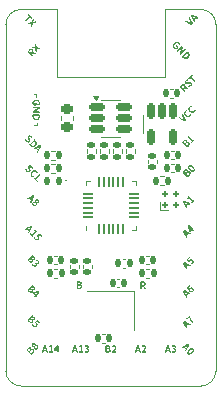
<source format=gto>
G04 #@! TF.GenerationSoftware,KiCad,Pcbnew,8.0.0*
G04 #@! TF.CreationDate,2024-04-25T17:25:40+07:00*
G04 #@! TF.ProjectId,artemisia,61727465-6d69-4736-9961-2e6b69636164,2*
G04 #@! TF.SameCoordinates,Original*
G04 #@! TF.FileFunction,Legend,Top*
G04 #@! TF.FilePolarity,Positive*
%FSLAX46Y46*%
G04 Gerber Fmt 4.6, Leading zero omitted, Abs format (unit mm)*
G04 Created by KiCad (PCBNEW 8.0.0) date 2024-04-25 17:25:40*
%MOMM*%
%LPD*%
G01*
G04 APERTURE LIST*
G04 Aperture macros list*
%AMRoundRect*
0 Rectangle with rounded corners*
0 $1 Rounding radius*
0 $2 $3 $4 $5 $6 $7 $8 $9 X,Y pos of 4 corners*
0 Add a 4 corners polygon primitive as box body*
4,1,4,$2,$3,$4,$5,$6,$7,$8,$9,$2,$3,0*
0 Add four circle primitives for the rounded corners*
1,1,$1+$1,$2,$3*
1,1,$1+$1,$4,$5*
1,1,$1+$1,$6,$7*
1,1,$1+$1,$8,$9*
0 Add four rect primitives between the rounded corners*
20,1,$1+$1,$2,$3,$4,$5,0*
20,1,$1+$1,$4,$5,$6,$7,0*
20,1,$1+$1,$6,$7,$8,$9,0*
20,1,$1+$1,$8,$9,$2,$3,0*%
%AMFreePoly0*
4,1,14,0.085355,0.385355,0.100000,0.350000,0.100000,-0.350000,0.085355,-0.385355,0.050000,-0.400000,0.020711,-0.400000,-0.014644,-0.385355,-0.085355,-0.314644,-0.100000,-0.279289,-0.100000,0.350000,-0.085355,0.385355,-0.050000,0.400000,0.050000,0.400000,0.085355,0.385355,0.085355,0.385355,$1*%
%AMFreePoly1*
4,1,14,0.085355,0.385355,0.100000,0.350000,0.100000,-0.279289,0.085355,-0.314644,0.014644,-0.385355,-0.020711,-0.400000,-0.050000,-0.400000,-0.085355,-0.385355,-0.100000,-0.350000,-0.100000,0.350000,-0.085355,0.385355,-0.050000,0.400000,0.050000,0.400000,0.085355,0.385355,0.085355,0.385355,$1*%
%AMFreePoly2*
4,1,14,0.385355,0.085355,0.400000,0.050000,0.400000,-0.050000,0.385355,-0.085355,0.350000,-0.100000,-0.350000,-0.100000,-0.385355,-0.085355,-0.400000,-0.050000,-0.400000,-0.020711,-0.385355,0.014644,-0.314644,0.085355,-0.279289,0.100000,0.350000,0.100000,0.385355,0.085355,0.385355,0.085355,$1*%
%AMFreePoly3*
4,1,14,0.385355,0.085355,0.400000,0.050000,0.400000,-0.050000,0.385355,-0.085355,0.350000,-0.100000,-0.279289,-0.100000,-0.314644,-0.085355,-0.385355,-0.014644,-0.400000,0.020711,-0.400000,0.050000,-0.385355,0.085355,-0.350000,0.100000,0.350000,0.100000,0.385355,0.085355,0.385355,0.085355,$1*%
%AMFreePoly4*
4,1,14,0.014644,0.385355,0.085355,0.314644,0.100000,0.279289,0.100000,-0.350000,0.085355,-0.385355,0.050000,-0.400000,-0.050000,-0.400000,-0.085355,-0.385355,-0.100000,-0.350000,-0.100000,0.350000,-0.085355,0.385355,-0.050000,0.400000,-0.020711,0.400000,0.014644,0.385355,0.014644,0.385355,$1*%
%AMFreePoly5*
4,1,14,0.085355,0.385355,0.100000,0.350000,0.100000,-0.350000,0.085355,-0.385355,0.050000,-0.400000,-0.050000,-0.400000,-0.085355,-0.385355,-0.100000,-0.350000,-0.100000,0.279289,-0.085355,0.314644,-0.014644,0.385355,0.020711,0.400000,0.050000,0.400000,0.085355,0.385355,0.085355,0.385355,$1*%
%AMFreePoly6*
4,1,14,0.385355,0.085355,0.400000,0.050000,0.400000,0.020711,0.385355,-0.014644,0.314644,-0.085355,0.279289,-0.100000,-0.350000,-0.100000,-0.385355,-0.085355,-0.400000,-0.050000,-0.400000,0.050000,-0.385355,0.085355,-0.350000,0.100000,0.350000,0.100000,0.385355,0.085355,0.385355,0.085355,$1*%
%AMFreePoly7*
4,1,14,0.314644,0.085355,0.385355,0.014644,0.400000,-0.020711,0.400000,-0.050000,0.385355,-0.085355,0.350000,-0.100000,-0.350000,-0.100000,-0.385355,-0.085355,-0.400000,-0.050000,-0.400000,0.050000,-0.385355,0.085355,-0.350000,0.100000,0.279289,0.100000,0.314644,0.085355,0.314644,0.085355,$1*%
G04 Aperture macros list end*
%ADD10C,0.120000*%
%ADD11C,0.100000*%
%ADD12RoundRect,0.140000X-0.140000X-0.170000X0.140000X-0.170000X0.140000X0.170000X-0.140000X0.170000X0*%
%ADD13RoundRect,0.135000X-0.135000X-0.185000X0.135000X-0.185000X0.135000X0.185000X-0.135000X0.185000X0*%
%ADD14RoundRect,0.135000X0.135000X0.185000X-0.135000X0.185000X-0.135000X-0.185000X0.135000X-0.185000X0*%
%ADD15RoundRect,0.140000X0.140000X0.170000X-0.140000X0.170000X-0.140000X-0.170000X0.140000X-0.170000X0*%
%ADD16RoundRect,0.150000X-0.512500X-0.150000X0.512500X-0.150000X0.512500X0.150000X-0.512500X0.150000X0*%
%ADD17RoundRect,0.140000X0.170000X-0.140000X0.170000X0.140000X-0.170000X0.140000X-0.170000X-0.140000X0*%
%ADD18R,0.600000X0.800000*%
%ADD19R,0.300000X0.800000*%
%ADD20O,1.000000X2.200000*%
%ADD21O,1.000000X1.800000*%
%ADD22C,1.700000*%
%ADD23R,1.700000X0.900000*%
%ADD24R,2.650000X2.650000*%
%ADD25FreePoly0,90.000000*%
%ADD26RoundRect,0.050000X0.350000X-0.050000X0.350000X0.050000X-0.350000X0.050000X-0.350000X-0.050000X0*%
%ADD27FreePoly1,90.000000*%
%ADD28FreePoly2,90.000000*%
%ADD29RoundRect,0.050000X0.050000X-0.350000X0.050000X0.350000X-0.050000X0.350000X-0.050000X-0.350000X0*%
%ADD30FreePoly3,90.000000*%
%ADD31FreePoly4,90.000000*%
%ADD32FreePoly5,90.000000*%
%ADD33FreePoly6,90.000000*%
%ADD34FreePoly7,90.000000*%
%ADD35RoundRect,0.150000X-0.150000X0.512500X-0.150000X-0.512500X0.150000X-0.512500X0.150000X0.512500X0*%
%ADD36RoundRect,0.218750X-0.256250X0.218750X-0.256250X-0.218750X0.256250X-0.218750X0.256250X0.218750X0*%
%ADD37RoundRect,0.140000X-0.170000X0.140000X-0.170000X-0.140000X0.170000X-0.140000X0.170000X0.140000X0*%
%ADD38RoundRect,0.125000X0.125000X-0.125000X0.125000X0.125000X-0.125000X0.125000X-0.125000X-0.125000X0*%
%ADD39R,1.400000X1.200000*%
%ADD40RoundRect,0.135000X0.185000X-0.135000X0.185000X0.135000X-0.185000X0.135000X-0.185000X-0.135000X0*%
%ADD41RoundRect,0.135000X-0.185000X0.135000X-0.185000X-0.135000X0.185000X-0.135000X0.185000X0.135000X0*%
%ADD42RoundRect,0.147500X0.147500X0.172500X-0.147500X0.172500X-0.147500X-0.172500X0.147500X-0.172500X0*%
G04 #@! TA.AperFunction,Profile*
%ADD43C,0.100000*%
G04 #@! TD*
G04 APERTURE END LIST*
D10*
X2600000Y-9575000D02*
X2600000Y-9800000D01*
X2350000Y-7200000D02*
X2575000Y-7200000D01*
X2600000Y-9800000D02*
X2350000Y-9800000D01*
X2575000Y-7200000D02*
X2575000Y-7450000D01*
G36*
X15199605Y-9452533D02*
G01*
X15175047Y-9470408D01*
X15145721Y-9479682D01*
X15114867Y-9479553D01*
X15085930Y-9469423D01*
X14630091Y-9227048D01*
X14617760Y-9218240D01*
X14605014Y-9191402D01*
X14609818Y-9161351D01*
X14618381Y-9150056D01*
X14642440Y-9133075D01*
X14667603Y-9125912D01*
X14697385Y-9126868D01*
X14722109Y-9136067D01*
X14938474Y-9260208D01*
X14964335Y-9275061D01*
X14992030Y-9291491D01*
X15018208Y-9307287D01*
X15025311Y-9311605D01*
X15052635Y-9328010D01*
X15079705Y-9343942D01*
X15105227Y-9358510D01*
X15116189Y-9364556D01*
X15120023Y-9364246D01*
X15119712Y-9361033D01*
X15104581Y-9334721D01*
X15088210Y-9306672D01*
X15072650Y-9280225D01*
X15068418Y-9273057D01*
X15052240Y-9245571D01*
X15036486Y-9218551D01*
X15020748Y-9191136D01*
X15015985Y-9182697D01*
X14889979Y-8964673D01*
X14879782Y-8936968D01*
X14879513Y-8913380D01*
X14888624Y-8884494D01*
X14902828Y-8865609D01*
X14929138Y-8852034D01*
X14943137Y-8852242D01*
X14968732Y-8864988D01*
X14978058Y-8876594D01*
X15220537Y-9334816D01*
X15230667Y-9363753D01*
X15230796Y-9394607D01*
X15221522Y-9423933D01*
X15203647Y-9448491D01*
X15199605Y-9452533D01*
G37*
G36*
X15620213Y-9048298D02*
G01*
X15595869Y-9070298D01*
X15570049Y-9089085D01*
X15542754Y-9104659D01*
X15526952Y-9111922D01*
X15497730Y-9122242D01*
X15467771Y-9129070D01*
X15437074Y-9132406D01*
X15419702Y-9132751D01*
X15387947Y-9130286D01*
X15355636Y-9123592D01*
X15326446Y-9114091D01*
X15304265Y-9104772D01*
X15274855Y-9089417D01*
X15249664Y-9073228D01*
X15224978Y-9054472D01*
X15200798Y-9033146D01*
X15190590Y-9023221D01*
X15168593Y-8999667D01*
X15149026Y-8975429D01*
X15131889Y-8950507D01*
X15117181Y-8924900D01*
X15109868Y-8909960D01*
X15097711Y-8879942D01*
X15088910Y-8850299D01*
X15083463Y-8821032D01*
X15081371Y-8792140D01*
X15082625Y-8760143D01*
X15087437Y-8728850D01*
X15095806Y-8698263D01*
X15101992Y-8681574D01*
X15115731Y-8652608D01*
X15132699Y-8625395D01*
X15152897Y-8599937D01*
X15165513Y-8586551D01*
X15190696Y-8564553D01*
X15218278Y-8546520D01*
X15248260Y-8532455D01*
X15280642Y-8522357D01*
X15300224Y-8518367D01*
X15329540Y-8522437D01*
X15341051Y-8531217D01*
X15355301Y-8557780D01*
X15356180Y-8564998D01*
X15349319Y-8594365D01*
X15343953Y-8601680D01*
X15340430Y-8606447D01*
X15314373Y-8621714D01*
X15310068Y-8622716D01*
X15282099Y-8633004D01*
X15255681Y-8649477D01*
X15243127Y-8660642D01*
X15223533Y-8684174D01*
X15208109Y-8713739D01*
X15200120Y-8746154D01*
X15199229Y-8776854D01*
X15200020Y-8786027D01*
X15206516Y-8818203D01*
X15218933Y-8849992D01*
X15234289Y-8876932D01*
X15253994Y-8903588D01*
X15273737Y-8925584D01*
X15278048Y-8929960D01*
X15300472Y-8950860D01*
X15327421Y-8971961D01*
X15354413Y-8988719D01*
X15381449Y-9001134D01*
X15413046Y-9010130D01*
X15422085Y-9011615D01*
X15452766Y-9012912D01*
X15485584Y-9007023D01*
X15516006Y-8993272D01*
X15540659Y-8974790D01*
X15547366Y-8968404D01*
X15566479Y-8945425D01*
X15580817Y-8919490D01*
X15590378Y-8890601D01*
X15591717Y-8884469D01*
X15603963Y-8857261D01*
X15607882Y-8852967D01*
X15610265Y-8850584D01*
X15637406Y-8838162D01*
X15645912Y-8838356D01*
X15674697Y-8848395D01*
X15681351Y-8854107D01*
X15695559Y-8879874D01*
X15695962Y-8893173D01*
X15690489Y-8925622D01*
X15680987Y-8956518D01*
X15667455Y-8985862D01*
X15649895Y-9013655D01*
X15628305Y-9039896D01*
X15620213Y-9048298D01*
G37*
G36*
X15987869Y-8680642D02*
G01*
X15963525Y-8702642D01*
X15937705Y-8721429D01*
X15910410Y-8737003D01*
X15894608Y-8744266D01*
X15865386Y-8754586D01*
X15835427Y-8761414D01*
X15804730Y-8764750D01*
X15787358Y-8765095D01*
X15755603Y-8762630D01*
X15723292Y-8755936D01*
X15694102Y-8746435D01*
X15671921Y-8737116D01*
X15642512Y-8721761D01*
X15617320Y-8705572D01*
X15592634Y-8686816D01*
X15568454Y-8665490D01*
X15558246Y-8655565D01*
X15536249Y-8632011D01*
X15516682Y-8607773D01*
X15499545Y-8582850D01*
X15484837Y-8557244D01*
X15477524Y-8542304D01*
X15465367Y-8512286D01*
X15456566Y-8482643D01*
X15451119Y-8453376D01*
X15449027Y-8424484D01*
X15450281Y-8392487D01*
X15455093Y-8361194D01*
X15463462Y-8330607D01*
X15469648Y-8313918D01*
X15483387Y-8284952D01*
X15500355Y-8257739D01*
X15520553Y-8232281D01*
X15533169Y-8218895D01*
X15558352Y-8196896D01*
X15585934Y-8178864D01*
X15615916Y-8164799D01*
X15648298Y-8154701D01*
X15667880Y-8150711D01*
X15697196Y-8154781D01*
X15708708Y-8163560D01*
X15722957Y-8190124D01*
X15723837Y-8197342D01*
X15716976Y-8226708D01*
X15711609Y-8234024D01*
X15708086Y-8238791D01*
X15682029Y-8254058D01*
X15677724Y-8255060D01*
X15649755Y-8265348D01*
X15623337Y-8281821D01*
X15610783Y-8292986D01*
X15591189Y-8316518D01*
X15575765Y-8346083D01*
X15567776Y-8378498D01*
X15566885Y-8409198D01*
X15567676Y-8418371D01*
X15574172Y-8450547D01*
X15586589Y-8482336D01*
X15601945Y-8509276D01*
X15621650Y-8535932D01*
X15641393Y-8557928D01*
X15645704Y-8562304D01*
X15668128Y-8583204D01*
X15695077Y-8604305D01*
X15722069Y-8621063D01*
X15749105Y-8633478D01*
X15780702Y-8642474D01*
X15789741Y-8643959D01*
X15820422Y-8645256D01*
X15853240Y-8639367D01*
X15883662Y-8625616D01*
X15908315Y-8607134D01*
X15915022Y-8600748D01*
X15934136Y-8577769D01*
X15948473Y-8551834D01*
X15958034Y-8522945D01*
X15959373Y-8516813D01*
X15971619Y-8489605D01*
X15975538Y-8485311D01*
X15977921Y-8482928D01*
X16005062Y-8470506D01*
X16013568Y-8470700D01*
X16042353Y-8480739D01*
X16049007Y-8486451D01*
X16063215Y-8512218D01*
X16063618Y-8525517D01*
X16058145Y-8557966D01*
X16048643Y-8588862D01*
X16035111Y-8618206D01*
X16017551Y-8645999D01*
X15995961Y-8672240D01*
X15987869Y-8680642D01*
G37*
G36*
X1717416Y-11185927D02*
G01*
X1696633Y-11163206D01*
X1678324Y-11139084D01*
X1662490Y-11113560D01*
X1649129Y-11086635D01*
X1638243Y-11058308D01*
X1629831Y-11028579D01*
X1627160Y-11016296D01*
X1630681Y-10986334D01*
X1637625Y-10975572D01*
X1641770Y-10971427D01*
X1667866Y-10957348D01*
X1676692Y-10956194D01*
X1706481Y-10961643D01*
X1717001Y-10968525D01*
X1722700Y-10973188D01*
X1738366Y-10998841D01*
X1740213Y-11005830D01*
X1749617Y-11037176D01*
X1762077Y-11065310D01*
X1777595Y-11090231D01*
X1796169Y-11111940D01*
X1819112Y-11131724D01*
X1845501Y-11146233D01*
X1861349Y-11150384D01*
X1891037Y-11147897D01*
X1916891Y-11131110D01*
X1933302Y-11105846D01*
X1935232Y-11084791D01*
X1928004Y-11054144D01*
X1918377Y-11026252D01*
X1912746Y-11011736D01*
X1910362Y-11005830D01*
X1876063Y-10921377D01*
X1865639Y-10890517D01*
X1859313Y-10859722D01*
X1857085Y-10828993D01*
X1857618Y-10811950D01*
X1862980Y-10782144D01*
X1874751Y-10753928D01*
X1892933Y-10727302D01*
X1905803Y-10713197D01*
X1930930Y-10692195D01*
X1958437Y-10677065D01*
X1988325Y-10667805D01*
X2020592Y-10664416D01*
X2040099Y-10665116D01*
X2069484Y-10669708D01*
X2097950Y-10678512D01*
X2125499Y-10691528D01*
X2152129Y-10708754D01*
X2177841Y-10730192D01*
X2186208Y-10738274D01*
X2207557Y-10762006D01*
X2225752Y-10787348D01*
X2240791Y-10814300D01*
X2252676Y-10842862D01*
X2261406Y-10873035D01*
X2263615Y-10883450D01*
X2258644Y-10913098D01*
X2253149Y-10920651D01*
X2250247Y-10923553D01*
X2223458Y-10937949D01*
X2217606Y-10938785D01*
X2188389Y-10932832D01*
X2180820Y-10927698D01*
X2174499Y-10922413D01*
X2159080Y-10897462D01*
X2158126Y-10894434D01*
X2147717Y-10866867D01*
X2131522Y-10839137D01*
X2112485Y-10816288D01*
X2110356Y-10814126D01*
X2086527Y-10794334D01*
X2058821Y-10781315D01*
X2051394Y-10779620D01*
X2022011Y-10781835D01*
X1999582Y-10796614D01*
X1984971Y-10820551D01*
X1985056Y-10850011D01*
X1985282Y-10851120D01*
X1992835Y-10879790D01*
X1993365Y-10881378D01*
X2004984Y-10909278D01*
X2008908Y-10917853D01*
X2011188Y-10923656D01*
X2044451Y-11005830D01*
X2055345Y-11036036D01*
X2062326Y-11064895D01*
X2065505Y-11095751D01*
X2064554Y-11118572D01*
X2057216Y-11149955D01*
X2043931Y-11177264D01*
X2024319Y-11203689D01*
X2013571Y-11215149D01*
X1987614Y-11236892D01*
X1959158Y-11252704D01*
X1928202Y-11262585D01*
X1894748Y-11266537D01*
X1874509Y-11266132D01*
X1843854Y-11261607D01*
X1813753Y-11252230D01*
X1784206Y-11238000D01*
X1755212Y-11218918D01*
X1731474Y-11199310D01*
X1717416Y-11185927D01*
G37*
G36*
X2434595Y-11009590D02*
G01*
X2456251Y-11024689D01*
X2526715Y-11095153D01*
X2551066Y-11121218D01*
X2572257Y-11147548D01*
X2590288Y-11174143D01*
X2605158Y-11201004D01*
X2616867Y-11228131D01*
X2627060Y-11262413D01*
X2632314Y-11297110D01*
X2633032Y-11311104D01*
X2631135Y-11346139D01*
X2623757Y-11381036D01*
X2613910Y-11408856D01*
X2600555Y-11436588D01*
X2583694Y-11464233D01*
X2563325Y-11491790D01*
X2539450Y-11519260D01*
X2526197Y-11532962D01*
X2498869Y-11558512D01*
X2471393Y-11580655D01*
X2443767Y-11599391D01*
X2415993Y-11614721D01*
X2388070Y-11626644D01*
X2359998Y-11635161D01*
X2324698Y-11641016D01*
X2303406Y-11641974D01*
X2268239Y-11639525D01*
X2233719Y-11632178D01*
X2199848Y-11619934D01*
X2173216Y-11606612D01*
X2147000Y-11590155D01*
X2121197Y-11570564D01*
X2095810Y-11547838D01*
X2089527Y-11541667D01*
X2014400Y-11466540D01*
X1997958Y-11441733D01*
X1997478Y-11439079D01*
X2129112Y-11439079D01*
X2150769Y-11460737D01*
X2175953Y-11483256D01*
X2201457Y-11500765D01*
X2235957Y-11516315D01*
X2271024Y-11522956D01*
X2306657Y-11520690D01*
X2342857Y-11509515D01*
X2370379Y-11495287D01*
X2398220Y-11476049D01*
X2426380Y-11451799D01*
X2435837Y-11442603D01*
X2458366Y-11418394D01*
X2477120Y-11394600D01*
X2494643Y-11366595D01*
X2506731Y-11339187D01*
X2513963Y-11307967D01*
X2514798Y-11294836D01*
X2512027Y-11264608D01*
X2502988Y-11234857D01*
X2487682Y-11205582D01*
X2469574Y-11180868D01*
X2450966Y-11160539D01*
X2429309Y-11138882D01*
X2417703Y-11138882D01*
X2129215Y-11427370D01*
X2129112Y-11439079D01*
X1997478Y-11439079D01*
X1993261Y-11415764D01*
X1999250Y-11386651D01*
X2014297Y-11365092D01*
X2354700Y-11024689D01*
X2379478Y-11008276D01*
X2405372Y-11003654D01*
X2434595Y-11009590D01*
G37*
G36*
X2904940Y-11500321D02*
G01*
X2934499Y-11509673D01*
X2959550Y-11527988D01*
X2961830Y-11530268D01*
X2980145Y-11555319D01*
X2989497Y-11584878D01*
X2989601Y-11615809D01*
X2979964Y-11645186D01*
X2742770Y-12106207D01*
X2733340Y-12118953D01*
X2707745Y-12131906D01*
X2677868Y-12127275D01*
X2666296Y-12118435D01*
X2649285Y-12094347D01*
X2642048Y-12069110D01*
X2643261Y-12039584D01*
X2652928Y-12015329D01*
X2698419Y-11934814D01*
X2697175Y-11921965D01*
X2565470Y-11790259D01*
X2552103Y-11788498D01*
X2469826Y-11835750D01*
X2441348Y-11845881D01*
X2417703Y-11846009D01*
X2389069Y-11836646D01*
X2370243Y-11822383D01*
X2356777Y-11795104D01*
X2357394Y-11782798D01*
X2369000Y-11757100D01*
X2381331Y-11748292D01*
X2405711Y-11735753D01*
X2650856Y-11735753D01*
X2652928Y-11741349D01*
X2746189Y-11834610D01*
X2751370Y-11836268D01*
X2756034Y-11832849D01*
X2787017Y-11778653D01*
X2802142Y-11751731D01*
X2817942Y-11724203D01*
X2834574Y-11695577D01*
X2843803Y-11679797D01*
X2859173Y-11653613D01*
X2874941Y-11626534D01*
X2889789Y-11600502D01*
X2891884Y-11596691D01*
X2891884Y-11594411D01*
X2888982Y-11593789D01*
X2861346Y-11610697D01*
X2833487Y-11627483D01*
X2805406Y-11644148D01*
X2777101Y-11660691D01*
X2748575Y-11677113D01*
X2719825Y-11693413D01*
X2708263Y-11699900D01*
X2654068Y-11730883D01*
X2650856Y-11735753D01*
X2405711Y-11735753D01*
X2844735Y-11509958D01*
X2874035Y-11500243D01*
X2904940Y-11500321D01*
G37*
G36*
X15318978Y-13522098D02*
G01*
X15348606Y-13536756D01*
X15376651Y-13559810D01*
X15395505Y-13582460D01*
X15410655Y-13610410D01*
X15418308Y-13633590D01*
X15422723Y-13664828D01*
X15419648Y-13694346D01*
X15413437Y-13713069D01*
X15413437Y-13716592D01*
X15416339Y-13717214D01*
X15442708Y-13704009D01*
X15472334Y-13695278D01*
X15502303Y-13692801D01*
X15511361Y-13693277D01*
X15541040Y-13699567D01*
X15569585Y-13713387D01*
X15594306Y-13732261D01*
X15602343Y-13739908D01*
X15623603Y-13764491D01*
X15639356Y-13790210D01*
X15650772Y-13821653D01*
X15654690Y-13854643D01*
X15652082Y-13884152D01*
X15644541Y-13914090D01*
X15632643Y-13943751D01*
X15616388Y-13973136D01*
X15599514Y-13997411D01*
X15579614Y-14021495D01*
X15561515Y-14040623D01*
X15454265Y-14147873D01*
X15429458Y-14164316D01*
X15403489Y-14169012D01*
X15374377Y-14163024D01*
X15352818Y-14147977D01*
X15112618Y-13907778D01*
X15301420Y-13907778D01*
X15301524Y-13919487D01*
X15418100Y-14036064D01*
X15429706Y-14036064D01*
X15485145Y-13980625D01*
X15505955Y-13957719D01*
X15524924Y-13930239D01*
X15537354Y-13898953D01*
X15538512Y-13869510D01*
X15528399Y-13841911D01*
X15511361Y-13820320D01*
X15486516Y-13802032D01*
X15457726Y-13795145D01*
X15441416Y-13797004D01*
X15411747Y-13808866D01*
X15385153Y-13826899D01*
X15362654Y-13846659D01*
X15356859Y-13852339D01*
X15301420Y-13907778D01*
X15112618Y-13907778D01*
X15012414Y-13807574D01*
X14996001Y-13782796D01*
X14991379Y-13756902D01*
X14994474Y-13741669D01*
X15123706Y-13741669D01*
X15223910Y-13841873D01*
X15235619Y-13841977D01*
X15281110Y-13796486D01*
X15301215Y-13773988D01*
X15318018Y-13747759D01*
X15326601Y-13720737D01*
X15323862Y-13689587D01*
X15308652Y-13663553D01*
X15303804Y-13658356D01*
X15279967Y-13640950D01*
X15250977Y-13635360D01*
X15242977Y-13636492D01*
X15215391Y-13647438D01*
X15189993Y-13665383D01*
X15170337Y-13683433D01*
X15123706Y-13730063D01*
X15123706Y-13741669D01*
X14994474Y-13741669D01*
X14997316Y-13727679D01*
X15012414Y-13706023D01*
X15107955Y-13610482D01*
X15137451Y-13582903D01*
X15166055Y-13560047D01*
X15193769Y-13541914D01*
X15220592Y-13528505D01*
X15254971Y-13517972D01*
X15287766Y-13515837D01*
X15318978Y-13522098D01*
G37*
G36*
X15628584Y-13168798D02*
G01*
X15646694Y-13171429D01*
X15677651Y-13179341D01*
X15709256Y-13191806D01*
X15741509Y-13208825D01*
X15767778Y-13225719D01*
X15794461Y-13245527D01*
X15821558Y-13268250D01*
X15849070Y-13293887D01*
X15856013Y-13300751D01*
X15882544Y-13328539D01*
X15906180Y-13355944D01*
X15926921Y-13382967D01*
X15944767Y-13409608D01*
X15959717Y-13435867D01*
X15974335Y-13468153D01*
X15984429Y-13499842D01*
X15987200Y-13512351D01*
X15991073Y-13542748D01*
X15990043Y-13577236D01*
X15982820Y-13609552D01*
X15969404Y-13639696D01*
X15949795Y-13667670D01*
X15937668Y-13680842D01*
X15915233Y-13700373D01*
X15886361Y-13718093D01*
X15855362Y-13729575D01*
X15822235Y-13734821D01*
X15786980Y-13733830D01*
X15768555Y-13730996D01*
X15737105Y-13722711D01*
X15705057Y-13709903D01*
X15678989Y-13696400D01*
X15652539Y-13680001D01*
X15625707Y-13660708D01*
X15598493Y-13638519D01*
X15570897Y-13613436D01*
X15556956Y-13599809D01*
X15530452Y-13572049D01*
X15506899Y-13544726D01*
X15486296Y-13517841D01*
X15468643Y-13491393D01*
X15453939Y-13465382D01*
X15439709Y-13433483D01*
X15430088Y-13402266D01*
X15427530Y-13389971D01*
X15424180Y-13360066D01*
X15425763Y-13326016D01*
X15425933Y-13325310D01*
X15528459Y-13325310D01*
X15528829Y-13355441D01*
X15532915Y-13371630D01*
X15544837Y-13399126D01*
X15560210Y-13424204D01*
X15568147Y-13435462D01*
X15586627Y-13459188D01*
X15606288Y-13481909D01*
X15628817Y-13505924D01*
X15639751Y-13517014D01*
X15669414Y-13545499D01*
X15697397Y-13569945D01*
X15723698Y-13590354D01*
X15748318Y-13606724D01*
X15778529Y-13622269D01*
X15812089Y-13631605D01*
X15846198Y-13628001D01*
X15869484Y-13612658D01*
X15886338Y-13584365D01*
X15887082Y-13549304D01*
X15875397Y-13514915D01*
X15857994Y-13484020D01*
X15840243Y-13458874D01*
X15818465Y-13432037D01*
X15792659Y-13403507D01*
X15773218Y-13383547D01*
X15744208Y-13355704D01*
X15716826Y-13331826D01*
X15691073Y-13311910D01*
X15659269Y-13291523D01*
X15630360Y-13278181D01*
X15598294Y-13271413D01*
X15565786Y-13277825D01*
X15547733Y-13290907D01*
X15531218Y-13315932D01*
X15528459Y-13325310D01*
X15425933Y-13325310D01*
X15433460Y-13293969D01*
X15447269Y-13263927D01*
X15467192Y-13235888D01*
X15479445Y-13222619D01*
X15501807Y-13203091D01*
X15530485Y-13185293D01*
X15561174Y-13173646D01*
X15593874Y-13168147D01*
X15628584Y-13168798D01*
G37*
G36*
X2179055Y-3327923D02*
G01*
X2214328Y-3345029D01*
X2240126Y-3364014D01*
X2257012Y-3379602D01*
X2277612Y-3402660D01*
X2297402Y-3432434D01*
X2310568Y-3463266D01*
X2317110Y-3495155D01*
X2317030Y-3528101D01*
X2310326Y-3562105D01*
X2303125Y-3583015D01*
X2307684Y-3592341D01*
X2517004Y-3649956D01*
X2535138Y-3660007D01*
X2545604Y-3678556D01*
X2542222Y-3707703D01*
X2534516Y-3717622D01*
X2511322Y-3735716D01*
X2482567Y-3747788D01*
X2480632Y-3748295D01*
X2449648Y-3751818D01*
X2419080Y-3746844D01*
X2235459Y-3692545D01*
X2221573Y-3696068D01*
X2171938Y-3745704D01*
X2171938Y-3757310D01*
X2289032Y-3874404D01*
X2304940Y-3900594D01*
X2307373Y-3919066D01*
X2300112Y-3948413D01*
X2289032Y-3963106D01*
X2263377Y-3978722D01*
X2244992Y-3981447D01*
X2215443Y-3974339D01*
X2200434Y-3963002D01*
X1853710Y-3616278D01*
X1837296Y-3591501D01*
X1832674Y-3565606D01*
X1835305Y-3552654D01*
X1967281Y-3552654D01*
X2090282Y-3675655D01*
X2101992Y-3675758D01*
X2153285Y-3624465D01*
X2174258Y-3600672D01*
X2190563Y-3574620D01*
X2199989Y-3546431D01*
X2200745Y-3541359D01*
X2198865Y-3511695D01*
X2185765Y-3483634D01*
X2170798Y-3465817D01*
X2146559Y-3446746D01*
X2117503Y-3437120D01*
X2099401Y-3438150D01*
X2070937Y-3448807D01*
X2045525Y-3465658D01*
X2021339Y-3487018D01*
X2018575Y-3489754D01*
X1967281Y-3541048D01*
X1967281Y-3552654D01*
X1835305Y-3552654D01*
X1838611Y-3536384D01*
X1853710Y-3514727D01*
X1956815Y-3411622D01*
X1987679Y-3383115D01*
X2017980Y-3359885D01*
X2047718Y-3341932D01*
X2076894Y-3329256D01*
X2105506Y-3321857D01*
X2142781Y-3320199D01*
X2179055Y-3327923D01*
G37*
G36*
X2644668Y-3607470D02*
G01*
X2616614Y-3619206D01*
X2607467Y-3617936D01*
X2588193Y-3607988D01*
X2578867Y-3590580D01*
X2496590Y-3310175D01*
X2486124Y-3299709D01*
X2230278Y-3224374D01*
X2212144Y-3214530D01*
X2202299Y-3195360D01*
X2205109Y-3165640D01*
X2212765Y-3155672D01*
X2237194Y-3137253D01*
X2266131Y-3126347D01*
X2296959Y-3123601D01*
X2327062Y-3130077D01*
X2396386Y-3154014D01*
X2424601Y-3163894D01*
X2445400Y-3171526D01*
X2473351Y-3181526D01*
X2497212Y-3189557D01*
X2501046Y-3189246D01*
X2501357Y-3185412D01*
X2488288Y-3155602D01*
X2476712Y-3127841D01*
X2465598Y-3099400D01*
X2461669Y-3088731D01*
X2435452Y-3018164D01*
X2429099Y-2987888D01*
X2431411Y-2960445D01*
X2441540Y-2932752D01*
X2459285Y-2909152D01*
X2486525Y-2897650D01*
X2497212Y-2899204D01*
X2515242Y-2909152D01*
X2525294Y-2926042D01*
X2604462Y-3189453D01*
X2615653Y-3199401D01*
X2888908Y-3278051D01*
X2906939Y-3287999D01*
X2916887Y-3307273D01*
X2913215Y-3337175D01*
X2906421Y-3345717D01*
X2881603Y-3364577D01*
X2852537Y-3375768D01*
X2821657Y-3378722D01*
X2791606Y-3373074D01*
X2709951Y-3346339D01*
X2681138Y-3336406D01*
X2657206Y-3327998D01*
X2627956Y-3317512D01*
X2603944Y-3308931D01*
X2600939Y-3309656D01*
X2600421Y-3312454D01*
X2612298Y-3341870D01*
X2624206Y-3372084D01*
X2635629Y-3402078D01*
X2640627Y-3415663D01*
X2669745Y-3498458D01*
X2675470Y-3527343D01*
X2672750Y-3556798D01*
X2662206Y-3584285D01*
X2644668Y-3607470D01*
G37*
G36*
X2068978Y-28572098D02*
G01*
X2098606Y-28586756D01*
X2126651Y-28609810D01*
X2145505Y-28632460D01*
X2160655Y-28660410D01*
X2168308Y-28683590D01*
X2172723Y-28714828D01*
X2169648Y-28744346D01*
X2163437Y-28763069D01*
X2163437Y-28766592D01*
X2166339Y-28767214D01*
X2192708Y-28754009D01*
X2222334Y-28745278D01*
X2252303Y-28742801D01*
X2261361Y-28743277D01*
X2291040Y-28749567D01*
X2319585Y-28763387D01*
X2344306Y-28782261D01*
X2352343Y-28789908D01*
X2373603Y-28814491D01*
X2389356Y-28840210D01*
X2400772Y-28871653D01*
X2404690Y-28904643D01*
X2402082Y-28934152D01*
X2394541Y-28964090D01*
X2382643Y-28993751D01*
X2366388Y-29023136D01*
X2349514Y-29047411D01*
X2329614Y-29071495D01*
X2311515Y-29090623D01*
X2204265Y-29197873D01*
X2179458Y-29214316D01*
X2153489Y-29219012D01*
X2124377Y-29213024D01*
X2102818Y-29197977D01*
X1862618Y-28957778D01*
X2051420Y-28957778D01*
X2051524Y-28969487D01*
X2168100Y-29086064D01*
X2179706Y-29086064D01*
X2235145Y-29030625D01*
X2255955Y-29007719D01*
X2274924Y-28980239D01*
X2287354Y-28948953D01*
X2288512Y-28919510D01*
X2278399Y-28891911D01*
X2261361Y-28870320D01*
X2236516Y-28852032D01*
X2207726Y-28845145D01*
X2191416Y-28847004D01*
X2161747Y-28858866D01*
X2135153Y-28876899D01*
X2112654Y-28896659D01*
X2106859Y-28902339D01*
X2051420Y-28957778D01*
X1862618Y-28957778D01*
X1762414Y-28857574D01*
X1746001Y-28832796D01*
X1741379Y-28806902D01*
X1744474Y-28791669D01*
X1873706Y-28791669D01*
X1973910Y-28891873D01*
X1985619Y-28891977D01*
X2031110Y-28846486D01*
X2051215Y-28823988D01*
X2068018Y-28797759D01*
X2076601Y-28770737D01*
X2073862Y-28739587D01*
X2058652Y-28713553D01*
X2053804Y-28708356D01*
X2029967Y-28690950D01*
X2000977Y-28685360D01*
X1992977Y-28686492D01*
X1965391Y-28697438D01*
X1939993Y-28715383D01*
X1920337Y-28733433D01*
X1873706Y-28780063D01*
X1873706Y-28791669D01*
X1744474Y-28791669D01*
X1747316Y-28777679D01*
X1762414Y-28756023D01*
X1857955Y-28660482D01*
X1887451Y-28632903D01*
X1916055Y-28610047D01*
X1943769Y-28591914D01*
X1970592Y-28578505D01*
X2004971Y-28567972D01*
X2037766Y-28565837D01*
X2068978Y-28572098D01*
G37*
G36*
X2390722Y-28212168D02*
G01*
X2421719Y-28221274D01*
X2450928Y-28237349D01*
X2475019Y-28257130D01*
X2478349Y-28260392D01*
X2497943Y-28284416D01*
X2512117Y-28311880D01*
X2518555Y-28332099D01*
X2524029Y-28363502D01*
X2524753Y-28394759D01*
X2522596Y-28415516D01*
X2524151Y-28419350D01*
X2527259Y-28420179D01*
X2561750Y-28412638D01*
X2594501Y-28410481D01*
X2625511Y-28413707D01*
X2654781Y-28422316D01*
X2682310Y-28436310D01*
X2708098Y-28455686D01*
X2717926Y-28464945D01*
X2737349Y-28488304D01*
X2752710Y-28517806D01*
X2760778Y-28550300D01*
X2761855Y-28581187D01*
X2761137Y-28590433D01*
X2754971Y-28622682D01*
X2743182Y-28654148D01*
X2728601Y-28680496D01*
X2709890Y-28706268D01*
X2687047Y-28731464D01*
X2662814Y-28753357D01*
X2637759Y-28771396D01*
X2611880Y-28785581D01*
X2580648Y-28797258D01*
X2548295Y-28803690D01*
X2516527Y-28804627D01*
X2487050Y-28799822D01*
X2456167Y-28787300D01*
X2431598Y-28770191D01*
X2421771Y-28761100D01*
X2401281Y-28736967D01*
X2386053Y-28710811D01*
X2376087Y-28682630D01*
X2371384Y-28652425D01*
X2371942Y-28620197D01*
X2377763Y-28585944D01*
X2381565Y-28571677D01*
X2380736Y-28568568D01*
X2376902Y-28567014D01*
X2347019Y-28570028D01*
X2313484Y-28568610D01*
X2282484Y-28561698D01*
X2281367Y-28561211D01*
X2445708Y-28561211D01*
X2447009Y-28594157D01*
X2454438Y-28624188D01*
X2467993Y-28651305D01*
X2487675Y-28675507D01*
X2511321Y-28693178D01*
X2539962Y-28701864D01*
X2556688Y-28702035D01*
X2587382Y-28694689D01*
X2613408Y-28679651D01*
X2627567Y-28667218D01*
X2646410Y-28643209D01*
X2657064Y-28615441D01*
X2658447Y-28605043D01*
X2654010Y-28574574D01*
X2637831Y-28548478D01*
X2632852Y-28543180D01*
X2608652Y-28525305D01*
X2579213Y-28516991D01*
X2561973Y-28517274D01*
X2530995Y-28523073D01*
X2501005Y-28532097D01*
X2470838Y-28543353D01*
X2454516Y-28550123D01*
X2449231Y-28553128D01*
X2445708Y-28561211D01*
X2281367Y-28561211D01*
X2254020Y-28549292D01*
X2228091Y-28531393D01*
X2216078Y-28520383D01*
X2195673Y-28496408D01*
X2180881Y-28470905D01*
X2170849Y-28439890D01*
X2168148Y-28406879D01*
X2168618Y-28398315D01*
X2170439Y-28387331D01*
X2268304Y-28387331D01*
X2274470Y-28416190D01*
X2292014Y-28441269D01*
X2293588Y-28442873D01*
X2317723Y-28460748D01*
X2346851Y-28469135D01*
X2358042Y-28469400D01*
X2387643Y-28465398D01*
X2418720Y-28456609D01*
X2446951Y-28445774D01*
X2454516Y-28434686D01*
X2449261Y-28402984D01*
X2438745Y-28374675D01*
X2422966Y-28349760D01*
X2411926Y-28337384D01*
X2386978Y-28318346D01*
X2358002Y-28308821D01*
X2351928Y-28308266D01*
X2322465Y-28313035D01*
X2297021Y-28329073D01*
X2291827Y-28333964D01*
X2274288Y-28358964D01*
X2268304Y-28387331D01*
X2170439Y-28387331D01*
X2173545Y-28368597D01*
X2183520Y-28339920D01*
X2198542Y-28312285D01*
X2218612Y-28285691D01*
X2232347Y-28270961D01*
X2254538Y-28251044D01*
X2281219Y-28232761D01*
X2308753Y-28219814D01*
X2337140Y-28212201D01*
X2357938Y-28210031D01*
X2390722Y-28212168D01*
G37*
G36*
X8671083Y-28425484D02*
G01*
X8707471Y-28429549D01*
X8739890Y-28436323D01*
X8768339Y-28445808D01*
X8800096Y-28462670D01*
X8824795Y-28484350D01*
X8842438Y-28510847D01*
X8853024Y-28542162D01*
X8856552Y-28578295D01*
X8853868Y-28607643D01*
X8844818Y-28638119D01*
X8833838Y-28659921D01*
X8814872Y-28685131D01*
X8791825Y-28703829D01*
X8774194Y-28712677D01*
X8771702Y-28715168D01*
X8773314Y-28717660D01*
X8801297Y-28726968D01*
X8828420Y-28741743D01*
X8851363Y-28761183D01*
X8857432Y-28767925D01*
X8873970Y-28793359D01*
X8884382Y-28823315D01*
X8888517Y-28854142D01*
X8888792Y-28865231D01*
X8886443Y-28897648D01*
X8879395Y-28926973D01*
X8865234Y-28957278D01*
X8844678Y-28983377D01*
X8821968Y-29002398D01*
X8795466Y-29018235D01*
X8766079Y-29030796D01*
X8733807Y-29040080D01*
X8704709Y-29045313D01*
X8673608Y-29048271D01*
X8647285Y-29049000D01*
X8495610Y-29049000D01*
X8466442Y-29043085D01*
X8444759Y-29028043D01*
X8428408Y-29003223D01*
X8423803Y-28977339D01*
X8423803Y-28944366D01*
X8549099Y-28944366D01*
X8557306Y-28952572D01*
X8635708Y-28952572D01*
X8666620Y-28951091D01*
X8699464Y-28945072D01*
X8730376Y-28931739D01*
X8752014Y-28911739D01*
X8764379Y-28885072D01*
X8767599Y-28857757D01*
X8762962Y-28827258D01*
X8747474Y-28802030D01*
X8734626Y-28791812D01*
X8705260Y-28779220D01*
X8673704Y-28773167D01*
X8643822Y-28771230D01*
X8635708Y-28771149D01*
X8557306Y-28771149D01*
X8549099Y-28779502D01*
X8549099Y-28944366D01*
X8423803Y-28944366D01*
X8423803Y-28669739D01*
X8549099Y-28669739D01*
X8557306Y-28678092D01*
X8621640Y-28678092D01*
X8651765Y-28676400D01*
X8682193Y-28669735D01*
X8707369Y-28656697D01*
X8727459Y-28632733D01*
X8735113Y-28603570D01*
X8735359Y-28596466D01*
X8730812Y-28567304D01*
X8714266Y-28542851D01*
X8707808Y-28537995D01*
X8680562Y-28526229D01*
X8649914Y-28520959D01*
X8623252Y-28519823D01*
X8557306Y-28519823D01*
X8549099Y-28528030D01*
X8549099Y-28669739D01*
X8423803Y-28669739D01*
X8423803Y-28495936D01*
X8429717Y-28466809D01*
X8444759Y-28445231D01*
X8469621Y-28428765D01*
X8495610Y-28424129D01*
X8630725Y-28424129D01*
X8671083Y-28425484D01*
G37*
G36*
X8991228Y-29049000D02*
G01*
X8965729Y-29038741D01*
X8955031Y-29012656D01*
X8960827Y-28982025D01*
X8978215Y-28956353D01*
X8981409Y-28953305D01*
X9003735Y-28932704D01*
X9031835Y-28906024D01*
X9058030Y-28880247D01*
X9082320Y-28855372D01*
X9104705Y-28831399D01*
X9125184Y-28808329D01*
X9148105Y-28780759D01*
X9164298Y-28759718D01*
X9181903Y-28734361D01*
X9199090Y-28705057D01*
X9211981Y-28676978D01*
X9221589Y-28645770D01*
X9225348Y-28616230D01*
X9225408Y-28612147D01*
X9222481Y-28581712D01*
X9211477Y-28552219D01*
X9200642Y-28537555D01*
X9175185Y-28519222D01*
X9144764Y-28511392D01*
X9131326Y-28510737D01*
X9101204Y-28515147D01*
X9073773Y-28526938D01*
X9051458Y-28542098D01*
X9024153Y-28553819D01*
X9015994Y-28554408D01*
X8987497Y-28545018D01*
X8983021Y-28541219D01*
X8968928Y-28515051D01*
X8968220Y-28506634D01*
X8978475Y-28478839D01*
X8983754Y-28473661D01*
X9011135Y-28452893D01*
X9040083Y-28436422D01*
X9070596Y-28424248D01*
X9102676Y-28416371D01*
X9136322Y-28412790D01*
X9147885Y-28412551D01*
X9179762Y-28414406D01*
X9209228Y-28419970D01*
X9240558Y-28431150D01*
X9268606Y-28447379D01*
X9290035Y-28465308D01*
X9311105Y-28490009D01*
X9327000Y-28517949D01*
X9337720Y-28549130D01*
X9342790Y-28578434D01*
X9344110Y-28604673D01*
X9340952Y-28641023D01*
X9331480Y-28679146D01*
X9320231Y-28708901D01*
X9305429Y-28739652D01*
X9287076Y-28771401D01*
X9265170Y-28804147D01*
X9239712Y-28837889D01*
X9220766Y-28860938D01*
X9200242Y-28884430D01*
X9178138Y-28908365D01*
X9154456Y-28932743D01*
X9142023Y-28945099D01*
X9142023Y-28948469D01*
X9144515Y-28950081D01*
X9175231Y-28947318D01*
X9205227Y-28945309D01*
X9235480Y-28944371D01*
X9237718Y-28944366D01*
X9320956Y-28944366D01*
X9349342Y-28952239D01*
X9358471Y-28959607D01*
X9372760Y-28986177D01*
X9373712Y-28996683D01*
X9365139Y-29025726D01*
X9358471Y-29033759D01*
X9331654Y-29048047D01*
X9320956Y-29049000D01*
X8991228Y-29049000D01*
G37*
G36*
X15790273Y-1261866D02*
G01*
X15765714Y-1279741D01*
X15736388Y-1289015D01*
X15705534Y-1288885D01*
X15676598Y-1278756D01*
X15220758Y-1036381D01*
X15208427Y-1027573D01*
X15195681Y-1000735D01*
X15200485Y-970684D01*
X15209049Y-959389D01*
X15233107Y-942408D01*
X15258270Y-935244D01*
X15288052Y-936201D01*
X15312776Y-945400D01*
X15529141Y-1069540D01*
X15555002Y-1084394D01*
X15582697Y-1100824D01*
X15608875Y-1116620D01*
X15615978Y-1120938D01*
X15643302Y-1137343D01*
X15670372Y-1153274D01*
X15695894Y-1167842D01*
X15706856Y-1173889D01*
X15710690Y-1173578D01*
X15710379Y-1170366D01*
X15695248Y-1144054D01*
X15678877Y-1116005D01*
X15663317Y-1089558D01*
X15659085Y-1082390D01*
X15642907Y-1054904D01*
X15627153Y-1027883D01*
X15611415Y-1000469D01*
X15606652Y-992030D01*
X15480646Y-774006D01*
X15470449Y-746301D01*
X15470180Y-722713D01*
X15479291Y-693827D01*
X15493495Y-674942D01*
X15519805Y-661366D01*
X15533804Y-661575D01*
X15559399Y-674321D01*
X15568726Y-685926D01*
X15811204Y-1144149D01*
X15821334Y-1173086D01*
X15821463Y-1203940D01*
X15812189Y-1233266D01*
X15794314Y-1257824D01*
X15790273Y-1261866D01*
G37*
G36*
X15829235Y-435987D02*
G01*
X16290256Y-673181D01*
X16303001Y-682610D01*
X16315954Y-708205D01*
X16311324Y-738082D01*
X16302483Y-749655D01*
X16278396Y-766665D01*
X16253159Y-773903D01*
X16223633Y-772690D01*
X16199378Y-763022D01*
X16118863Y-717532D01*
X16106013Y-718775D01*
X15974308Y-850480D01*
X15972546Y-863848D01*
X16019799Y-946125D01*
X16029930Y-974602D01*
X16030057Y-998248D01*
X16020695Y-1026882D01*
X16006431Y-1045707D01*
X15979153Y-1059174D01*
X15966847Y-1058556D01*
X15941148Y-1046951D01*
X15932340Y-1034619D01*
X15694006Y-571215D01*
X15684292Y-541916D01*
X15684329Y-526968D01*
X15777838Y-526968D01*
X15794745Y-554604D01*
X15811532Y-582463D01*
X15828196Y-610545D01*
X15844740Y-638849D01*
X15861162Y-667376D01*
X15877462Y-696125D01*
X15883948Y-707687D01*
X15914932Y-761882D01*
X15919802Y-765095D01*
X15925398Y-763022D01*
X16018659Y-669761D01*
X16020317Y-664580D01*
X16016897Y-659917D01*
X15962702Y-628934D01*
X15935780Y-613808D01*
X15908251Y-598008D01*
X15879625Y-581377D01*
X15863845Y-572148D01*
X15837661Y-556778D01*
X15810583Y-541009D01*
X15784551Y-526162D01*
X15780739Y-524067D01*
X15778459Y-524067D01*
X15777838Y-526968D01*
X15684329Y-526968D01*
X15684369Y-511010D01*
X15693721Y-481451D01*
X15712037Y-456400D01*
X15714317Y-454121D01*
X15739368Y-435805D01*
X15768926Y-426453D01*
X15799858Y-426350D01*
X15829235Y-435987D01*
G37*
G36*
X11206520Y-28428891D02*
G01*
X11234034Y-28443180D01*
X11255979Y-28464978D01*
X11269938Y-28492565D01*
X11428207Y-28986278D01*
X11430552Y-29001958D01*
X11421612Y-29029216D01*
X11397212Y-29047068D01*
X11382778Y-29049000D01*
X11353717Y-29043995D01*
X11330754Y-29031267D01*
X11310734Y-29009532D01*
X11300419Y-28985545D01*
X11275653Y-28896445D01*
X11265688Y-28888239D01*
X11079428Y-28888239D01*
X11068730Y-28896445D01*
X11043964Y-28988036D01*
X11030991Y-29015337D01*
X11014362Y-29032147D01*
X10987494Y-29045774D01*
X10964097Y-29049000D01*
X10935286Y-29039233D01*
X10927021Y-29030095D01*
X10917056Y-29003717D01*
X10919547Y-28988769D01*
X10985350Y-28783605D01*
X11100091Y-28783605D01*
X11101264Y-28789321D01*
X11106686Y-28791812D01*
X11238577Y-28791812D01*
X11243413Y-28789321D01*
X11244292Y-28783605D01*
X11227879Y-28723375D01*
X11219537Y-28693643D01*
X11211244Y-28663005D01*
X11202763Y-28631003D01*
X11198130Y-28613319D01*
X11190484Y-28583936D01*
X11182487Y-28553638D01*
X11174578Y-28524733D01*
X11173364Y-28520556D01*
X11171752Y-28518944D01*
X11169261Y-28520556D01*
X11161674Y-28552053D01*
X11153845Y-28583622D01*
X11145772Y-28615262D01*
X11137456Y-28646974D01*
X11128896Y-28678758D01*
X11120094Y-28710613D01*
X11116504Y-28723375D01*
X11100091Y-28783605D01*
X10985350Y-28783605D01*
X11078696Y-28492565D01*
X11092544Y-28464978D01*
X11114453Y-28443180D01*
X11141967Y-28428891D01*
X11172631Y-28424129D01*
X11175855Y-28424129D01*
X11206520Y-28428891D01*
G37*
G36*
X11514522Y-29049000D02*
G01*
X11489024Y-29038741D01*
X11478326Y-29012656D01*
X11484122Y-28982025D01*
X11501510Y-28956353D01*
X11504704Y-28953305D01*
X11527029Y-28932704D01*
X11555129Y-28906024D01*
X11581324Y-28880247D01*
X11605614Y-28855372D01*
X11627999Y-28831399D01*
X11648479Y-28808329D01*
X11671400Y-28780759D01*
X11687593Y-28759718D01*
X11705198Y-28734361D01*
X11722385Y-28705057D01*
X11735275Y-28676978D01*
X11744883Y-28645770D01*
X11748643Y-28616230D01*
X11748703Y-28612147D01*
X11745776Y-28581712D01*
X11734772Y-28552219D01*
X11723936Y-28537555D01*
X11698479Y-28519222D01*
X11668059Y-28511392D01*
X11654620Y-28510737D01*
X11624498Y-28515147D01*
X11597067Y-28526938D01*
X11574753Y-28542098D01*
X11547447Y-28553819D01*
X11539289Y-28554408D01*
X11510792Y-28545018D01*
X11506316Y-28541219D01*
X11492223Y-28515051D01*
X11491515Y-28506634D01*
X11501770Y-28478839D01*
X11507049Y-28473661D01*
X11534430Y-28452893D01*
X11563377Y-28436422D01*
X11593891Y-28424248D01*
X11625970Y-28416371D01*
X11659616Y-28412790D01*
X11671180Y-28412551D01*
X11703057Y-28414406D01*
X11732523Y-28419970D01*
X11763853Y-28431150D01*
X11791900Y-28447379D01*
X11813329Y-28465308D01*
X11834400Y-28490009D01*
X11850295Y-28517949D01*
X11861015Y-28549130D01*
X11866084Y-28578434D01*
X11867405Y-28604673D01*
X11864247Y-28641023D01*
X11854774Y-28679146D01*
X11843525Y-28708901D01*
X11828724Y-28739652D01*
X11810370Y-28771401D01*
X11788464Y-28804147D01*
X11763006Y-28837889D01*
X11744061Y-28860938D01*
X11723536Y-28884430D01*
X11701433Y-28908365D01*
X11677751Y-28932743D01*
X11665318Y-28945099D01*
X11665318Y-28948469D01*
X11667809Y-28950081D01*
X11698525Y-28947318D01*
X11728522Y-28945309D01*
X11758774Y-28944371D01*
X11761012Y-28944366D01*
X11844250Y-28944366D01*
X11872637Y-28952239D01*
X11881766Y-28959607D01*
X11896054Y-28986177D01*
X11897007Y-28996683D01*
X11888434Y-29025726D01*
X11881766Y-29033759D01*
X11854948Y-29048047D01*
X11844250Y-29049000D01*
X11514522Y-29049000D01*
G37*
G36*
X15436255Y-28331635D02*
G01*
X15465814Y-28340987D01*
X15490865Y-28359303D01*
X15493144Y-28361583D01*
X15511460Y-28386634D01*
X15520812Y-28416192D01*
X15520915Y-28447124D01*
X15511278Y-28476501D01*
X15274084Y-28937522D01*
X15264655Y-28950268D01*
X15239060Y-28963220D01*
X15209183Y-28958590D01*
X15197610Y-28949749D01*
X15180600Y-28925662D01*
X15173362Y-28900425D01*
X15174575Y-28870899D01*
X15184243Y-28846644D01*
X15229734Y-28766129D01*
X15228490Y-28753279D01*
X15096785Y-28621574D01*
X15083417Y-28619812D01*
X15001140Y-28667065D01*
X14972663Y-28677196D01*
X14949018Y-28677323D01*
X14920383Y-28667961D01*
X14901558Y-28653697D01*
X14888091Y-28626419D01*
X14888709Y-28614113D01*
X14900315Y-28588414D01*
X14912646Y-28579606D01*
X14937024Y-28567068D01*
X15182170Y-28567068D01*
X15184243Y-28572664D01*
X15277504Y-28665925D01*
X15282685Y-28667583D01*
X15287348Y-28664163D01*
X15318332Y-28609968D01*
X15333457Y-28583046D01*
X15349257Y-28555517D01*
X15365888Y-28526891D01*
X15375117Y-28511111D01*
X15390487Y-28484927D01*
X15406256Y-28457849D01*
X15421103Y-28431817D01*
X15423199Y-28428005D01*
X15423199Y-28425726D01*
X15420297Y-28425104D01*
X15392661Y-28442011D01*
X15364802Y-28458798D01*
X15336720Y-28475462D01*
X15308416Y-28492006D01*
X15279889Y-28508428D01*
X15251140Y-28524728D01*
X15239578Y-28531214D01*
X15185383Y-28562198D01*
X15182170Y-28567068D01*
X14937024Y-28567068D01*
X15376050Y-28341272D01*
X15405349Y-28331558D01*
X15436255Y-28331635D01*
G37*
G36*
X15762171Y-28663951D02*
G01*
X15794217Y-28671647D01*
X15824260Y-28685457D01*
X15852299Y-28705379D01*
X15865567Y-28717633D01*
X15885096Y-28739995D01*
X15902893Y-28768673D01*
X15914541Y-28799361D01*
X15920039Y-28832061D01*
X15919389Y-28866772D01*
X15916757Y-28884881D01*
X15908846Y-28915839D01*
X15896381Y-28947444D01*
X15879362Y-28979697D01*
X15862468Y-29005965D01*
X15842659Y-29032648D01*
X15819937Y-29059746D01*
X15794300Y-29087258D01*
X15787435Y-29094201D01*
X15759648Y-29120731D01*
X15732243Y-29144367D01*
X15705220Y-29165108D01*
X15678579Y-29182954D01*
X15652320Y-29197905D01*
X15620034Y-29212523D01*
X15588344Y-29222617D01*
X15575836Y-29225388D01*
X15545438Y-29229261D01*
X15510951Y-29228231D01*
X15478635Y-29221008D01*
X15448490Y-29207592D01*
X15420517Y-29187983D01*
X15407344Y-29175856D01*
X15387814Y-29153421D01*
X15370094Y-29124549D01*
X15358611Y-29093549D01*
X15353365Y-29060422D01*
X15353650Y-29050277D01*
X15456582Y-29050277D01*
X15460186Y-29084385D01*
X15475528Y-29107672D01*
X15503821Y-29124525D01*
X15538883Y-29125270D01*
X15573271Y-29113584D01*
X15604166Y-29096181D01*
X15629312Y-29078430D01*
X15656150Y-29056652D01*
X15684680Y-29030847D01*
X15704640Y-29011405D01*
X15732482Y-28982395D01*
X15756361Y-28955014D01*
X15776276Y-28929261D01*
X15796664Y-28897457D01*
X15810005Y-28868547D01*
X15816773Y-28836482D01*
X15810362Y-28803974D01*
X15797279Y-28785921D01*
X15772254Y-28769406D01*
X15762876Y-28766647D01*
X15732746Y-28767016D01*
X15716557Y-28771103D01*
X15689061Y-28783024D01*
X15663982Y-28798398D01*
X15652725Y-28806335D01*
X15628998Y-28824815D01*
X15606278Y-28844475D01*
X15582262Y-28867004D01*
X15571173Y-28877938D01*
X15542688Y-28907602D01*
X15518241Y-28935584D01*
X15497833Y-28961885D01*
X15481462Y-28986505D01*
X15465917Y-29016716D01*
X15456582Y-29050277D01*
X15353650Y-29050277D01*
X15354356Y-29025167D01*
X15357190Y-29006742D01*
X15365475Y-28975292D01*
X15378283Y-28943245D01*
X15391787Y-28917177D01*
X15408185Y-28890727D01*
X15427479Y-28863895D01*
X15449667Y-28836681D01*
X15474750Y-28809085D01*
X15488378Y-28795143D01*
X15516137Y-28768640D01*
X15543460Y-28745087D01*
X15570345Y-28724483D01*
X15596794Y-28706830D01*
X15622805Y-28692127D01*
X15654704Y-28677896D01*
X15685920Y-28668275D01*
X15698215Y-28665718D01*
X15728121Y-28662367D01*
X15762171Y-28663951D01*
G37*
G36*
X2239422Y-7930377D02*
G01*
X2240732Y-7898833D01*
X2244661Y-7868534D01*
X2251210Y-7839482D01*
X2260378Y-7811675D01*
X2273744Y-7782194D01*
X2290100Y-7754915D01*
X2309447Y-7729839D01*
X2321488Y-7716860D01*
X2345684Y-7695476D01*
X2370034Y-7678765D01*
X2397058Y-7664216D01*
X2422898Y-7653259D01*
X2454551Y-7643193D01*
X2483811Y-7636745D01*
X2514530Y-7632498D01*
X2546707Y-7630453D01*
X2560944Y-7630251D01*
X2593153Y-7631373D01*
X2624128Y-7634739D01*
X2653869Y-7640349D01*
X2682375Y-7648203D01*
X2698110Y-7653698D01*
X2727933Y-7666567D01*
X2755117Y-7681579D01*
X2779663Y-7698734D01*
X2801572Y-7718032D01*
X2823311Y-7742097D01*
X2842036Y-7768295D01*
X2857747Y-7796626D01*
X2865173Y-7813287D01*
X2874918Y-7840993D01*
X2881879Y-7869743D01*
X2886055Y-7899538D01*
X2887448Y-7930377D01*
X2885794Y-7962154D01*
X2880832Y-7992530D01*
X2872563Y-8021505D01*
X2860987Y-8049079D01*
X2846103Y-8075251D01*
X2840406Y-8083664D01*
X2816799Y-8101515D01*
X2802451Y-8103447D01*
X2773592Y-8094740D01*
X2767866Y-8090258D01*
X2751952Y-8064641D01*
X2750574Y-8055673D01*
X2749695Y-8049958D01*
X2756789Y-8021067D01*
X2759660Y-8016106D01*
X2772162Y-7987591D01*
X2778894Y-7956563D01*
X2780176Y-7934480D01*
X2777392Y-7901317D01*
X2769040Y-7871072D01*
X2755121Y-7843743D01*
X2735633Y-7819332D01*
X2721997Y-7806692D01*
X2694652Y-7787735D01*
X2668098Y-7775191D01*
X2638670Y-7766069D01*
X2606367Y-7760367D01*
X2571189Y-7758086D01*
X2565047Y-7758039D01*
X2533726Y-7759187D01*
X2499174Y-7763598D01*
X2467929Y-7771315D01*
X2439991Y-7782341D01*
X2411578Y-7799384D01*
X2404286Y-7805080D01*
X2382131Y-7827743D01*
X2365417Y-7854572D01*
X2354145Y-7885566D01*
X2348815Y-7915448D01*
X2347427Y-7942687D01*
X2349982Y-7973255D01*
X2358518Y-8001441D01*
X2365598Y-8014494D01*
X2378787Y-8021089D01*
X2485912Y-8021089D01*
X2494119Y-8012735D01*
X2494119Y-7961738D01*
X2503153Y-7932761D01*
X2508920Y-7925834D01*
X2534968Y-7911546D01*
X2545263Y-7910593D01*
X2573647Y-7919166D01*
X2581460Y-7925834D01*
X2595474Y-7951745D01*
X2596408Y-7961738D01*
X2596408Y-8061389D01*
X2590452Y-8090515D01*
X2575305Y-8112093D01*
X2550599Y-8128559D01*
X2524747Y-8133196D01*
X2386261Y-8133196D01*
X2354982Y-8130335D01*
X2326283Y-8121752D01*
X2318557Y-8118248D01*
X2293426Y-8101281D01*
X2275186Y-8078131D01*
X2273274Y-8074578D01*
X2260084Y-8045137D01*
X2250133Y-8014519D01*
X2243422Y-7982723D01*
X2239951Y-7949748D01*
X2239422Y-7930377D01*
G37*
G36*
X2268292Y-8365031D02*
G01*
X2253043Y-8339116D01*
X2251000Y-8322973D01*
X2258447Y-8293686D01*
X2268292Y-8280914D01*
X2294207Y-8265665D01*
X2310351Y-8263622D01*
X2811537Y-8263622D01*
X2840226Y-8270131D01*
X2856819Y-8282086D01*
X2872726Y-8306926D01*
X2875870Y-8327076D01*
X2871569Y-8357485D01*
X2860630Y-8382324D01*
X2841500Y-8406263D01*
X2819743Y-8421891D01*
X2542772Y-8572833D01*
X2410148Y-8634529D01*
X2407657Y-8637460D01*
X2410148Y-8639511D01*
X2446714Y-8635665D01*
X2480573Y-8632331D01*
X2511725Y-8629510D01*
X2546859Y-8626705D01*
X2577765Y-8624701D01*
X2609269Y-8623355D01*
X2626889Y-8623098D01*
X2816519Y-8623098D01*
X2845806Y-8630546D01*
X2858578Y-8640391D01*
X2873827Y-8666243D01*
X2875870Y-8682303D01*
X2868423Y-8711590D01*
X2858578Y-8724361D01*
X2832663Y-8739740D01*
X2816519Y-8741800D01*
X2314454Y-8741800D01*
X2285868Y-8735239D01*
X2269464Y-8723189D01*
X2253596Y-8697017D01*
X2251000Y-8678346D01*
X2255177Y-8648582D01*
X2265801Y-8623831D01*
X2284909Y-8600213D01*
X2307127Y-8585143D01*
X2585710Y-8434347D01*
X2717601Y-8371626D01*
X2719213Y-8368695D01*
X2717601Y-8366643D01*
X2688421Y-8369754D01*
X2667189Y-8371626D01*
X2637473Y-8374238D01*
X2609157Y-8376608D01*
X2579528Y-8378795D01*
X2557573Y-8380272D01*
X2527971Y-8381811D01*
X2501593Y-8382324D01*
X2310351Y-8382324D01*
X2281064Y-8374876D01*
X2268292Y-8365031D01*
G37*
G36*
X2833190Y-8897924D02*
G01*
X2854768Y-8912966D01*
X2871234Y-8937827D01*
X2875870Y-8963817D01*
X2875870Y-9063468D01*
X2874659Y-9099118D01*
X2871025Y-9132720D01*
X2864969Y-9164276D01*
X2856490Y-9193784D01*
X2845588Y-9221245D01*
X2828554Y-9252693D01*
X2807735Y-9280943D01*
X2798348Y-9291347D01*
X2772233Y-9314778D01*
X2742340Y-9334237D01*
X2715705Y-9346945D01*
X2686652Y-9357112D01*
X2655182Y-9364737D01*
X2621293Y-9369820D01*
X2584986Y-9372362D01*
X2565926Y-9372680D01*
X2528536Y-9371423D01*
X2493450Y-9367651D01*
X2460667Y-9361366D01*
X2430188Y-9352566D01*
X2402013Y-9341252D01*
X2376140Y-9327424D01*
X2347039Y-9306604D01*
X2331307Y-9292226D01*
X2308171Y-9265627D01*
X2288957Y-9236023D01*
X2273664Y-9203414D01*
X2264253Y-9175163D01*
X2257352Y-9144988D01*
X2252960Y-9112890D01*
X2251078Y-9078869D01*
X2251000Y-9070063D01*
X2251000Y-9056141D01*
X2351530Y-9056141D01*
X2353414Y-9089873D01*
X2359067Y-9120287D01*
X2372467Y-9155677D01*
X2392567Y-9185170D01*
X2419366Y-9208764D01*
X2452866Y-9226459D01*
X2482387Y-9235860D01*
X2515677Y-9241943D01*
X2552736Y-9244707D01*
X2565926Y-9244892D01*
X2598975Y-9243704D01*
X2629061Y-9240140D01*
X2661254Y-9232728D01*
X2689181Y-9221896D01*
X2716372Y-9204933D01*
X2726247Y-9196239D01*
X2745662Y-9172905D01*
X2760308Y-9145477D01*
X2770185Y-9113953D01*
X2774856Y-9083673D01*
X2776073Y-9056141D01*
X2776073Y-9025513D01*
X2767866Y-9017306D01*
X2359883Y-9017306D01*
X2351530Y-9025513D01*
X2351530Y-9056141D01*
X2251000Y-9056141D01*
X2251000Y-8963817D01*
X2256914Y-8934649D01*
X2271956Y-8912966D01*
X2296776Y-8896614D01*
X2322660Y-8892010D01*
X2804063Y-8892010D01*
X2833190Y-8897924D01*
G37*
G36*
X5879443Y-28428891D02*
G01*
X5906957Y-28443180D01*
X5928902Y-28464978D01*
X5942861Y-28492565D01*
X6101130Y-28986278D01*
X6103475Y-29001958D01*
X6094535Y-29029216D01*
X6070135Y-29047068D01*
X6055701Y-29049000D01*
X6026640Y-29043995D01*
X6003677Y-29031267D01*
X5983657Y-29009532D01*
X5973342Y-28985545D01*
X5948576Y-28896445D01*
X5938611Y-28888239D01*
X5752351Y-28888239D01*
X5741653Y-28896445D01*
X5716887Y-28988036D01*
X5703914Y-29015337D01*
X5687285Y-29032147D01*
X5660417Y-29045774D01*
X5637020Y-29049000D01*
X5608209Y-29039233D01*
X5599944Y-29030095D01*
X5589979Y-29003717D01*
X5592470Y-28988769D01*
X5658273Y-28783605D01*
X5773014Y-28783605D01*
X5774187Y-28789321D01*
X5779609Y-28791812D01*
X5911500Y-28791812D01*
X5916336Y-28789321D01*
X5917215Y-28783605D01*
X5900802Y-28723375D01*
X5892460Y-28693643D01*
X5884167Y-28663005D01*
X5875686Y-28631003D01*
X5871053Y-28613319D01*
X5863407Y-28583936D01*
X5855410Y-28553638D01*
X5847501Y-28524733D01*
X5846287Y-28520556D01*
X5844675Y-28518944D01*
X5842184Y-28520556D01*
X5834597Y-28552053D01*
X5826768Y-28583622D01*
X5818695Y-28615262D01*
X5810379Y-28646974D01*
X5801819Y-28678758D01*
X5793017Y-28710613D01*
X5789427Y-28723375D01*
X5773014Y-28783605D01*
X5658273Y-28783605D01*
X5751619Y-28492565D01*
X5765467Y-28464978D01*
X5787376Y-28443180D01*
X5814890Y-28428891D01*
X5845554Y-28424129D01*
X5848778Y-28424129D01*
X5879443Y-28428891D01*
G37*
G36*
X6234487Y-29049000D02*
G01*
X6205779Y-29039966D01*
X6199023Y-29034198D01*
X6184930Y-29007444D01*
X6184221Y-28998734D01*
X6193255Y-28970026D01*
X6199023Y-28963270D01*
X6225727Y-28949177D01*
X6234487Y-28948469D01*
X6310251Y-28948469D01*
X6318457Y-28940116D01*
X6318457Y-28561882D01*
X6310251Y-28553528D01*
X6243572Y-28553528D01*
X6216755Y-28542391D01*
X6205617Y-28514840D01*
X6215244Y-28486332D01*
X6215875Y-28485531D01*
X6240648Y-28469225D01*
X6242693Y-28468678D01*
X6271608Y-28460050D01*
X6300043Y-28449567D01*
X6309518Y-28445524D01*
X6338890Y-28434241D01*
X6369018Y-28426657D01*
X6396859Y-28424129D01*
X6424692Y-28433831D01*
X6428953Y-28437757D01*
X6441820Y-28464512D01*
X6442142Y-28470290D01*
X6442142Y-28940116D01*
X6450348Y-28948469D01*
X6509699Y-28948469D01*
X6538408Y-28957503D01*
X6545164Y-28963270D01*
X6559396Y-28989975D01*
X6560111Y-28998734D01*
X6550988Y-29027392D01*
X6545164Y-29034198D01*
X6518459Y-29048291D01*
X6509699Y-29049000D01*
X6234487Y-29049000D01*
G37*
G36*
X6840746Y-29060577D02*
G01*
X6809104Y-29059267D01*
X6779114Y-29055339D01*
X6745308Y-29047168D01*
X6713883Y-29035225D01*
X6684838Y-29019512D01*
X6666796Y-29006941D01*
X6650045Y-28982072D01*
X6648625Y-28973089D01*
X6648625Y-28968253D01*
X6656867Y-28939130D01*
X6660202Y-28934401D01*
X6685581Y-28918187D01*
X6691563Y-28917108D01*
X6697278Y-28917108D01*
X6726053Y-28925635D01*
X6726880Y-28926194D01*
X6754572Y-28942133D01*
X6782913Y-28952856D01*
X6811904Y-28958362D01*
X6828290Y-28959167D01*
X6859401Y-28956483D01*
X6888009Y-28947433D01*
X6905813Y-28936452D01*
X6925548Y-28913043D01*
X6934231Y-28882565D01*
X6934682Y-28872558D01*
X6930725Y-28842526D01*
X6917509Y-28816130D01*
X6906545Y-28804561D01*
X6879535Y-28788934D01*
X6851379Y-28780648D01*
X6820669Y-28775755D01*
X6807773Y-28774519D01*
X6779798Y-28763557D01*
X6775533Y-28759718D01*
X6762550Y-28732823D01*
X6762344Y-28728357D01*
X6772442Y-28700035D01*
X6775533Y-28696557D01*
X6801337Y-28682113D01*
X6806894Y-28681316D01*
X6838009Y-28675799D01*
X6868385Y-28664767D01*
X6894226Y-28645814D01*
X6909730Y-28620312D01*
X6914898Y-28588260D01*
X6910719Y-28558888D01*
X6895707Y-28533151D01*
X6893063Y-28530521D01*
X6866575Y-28515024D01*
X6835764Y-28509939D01*
X6830781Y-28509858D01*
X6800762Y-28513753D01*
X6771155Y-28524119D01*
X6751646Y-28534624D01*
X6723525Y-28544356D01*
X6720286Y-28544443D01*
X6714570Y-28544443D01*
X6687383Y-28533337D01*
X6681598Y-28527150D01*
X6669396Y-28499875D01*
X6669288Y-28496669D01*
X6670020Y-28490953D01*
X6682249Y-28464213D01*
X6689071Y-28458713D01*
X6715335Y-28443026D01*
X6742247Y-28430583D01*
X6774465Y-28420170D01*
X6807567Y-28414174D01*
X6836643Y-28412551D01*
X6870194Y-28414092D01*
X6901057Y-28418713D01*
X6933664Y-28427999D01*
X6962610Y-28441478D01*
X6984508Y-28456369D01*
X7005863Y-28477172D01*
X7023847Y-28505102D01*
X7033963Y-28533178D01*
X7038834Y-28564648D01*
X7039316Y-28579174D01*
X7036740Y-28608766D01*
X7027956Y-28638376D01*
X7012937Y-28664903D01*
X6992084Y-28687849D01*
X6968407Y-28705343D01*
X6940237Y-28719631D01*
X6937173Y-28720884D01*
X6934682Y-28723815D01*
X6937173Y-28726745D01*
X6966546Y-28737361D01*
X6992511Y-28751733D01*
X7017364Y-28772106D01*
X7026127Y-28781554D01*
X7043978Y-28807897D01*
X7055218Y-28838019D01*
X7059681Y-28868360D01*
X7059979Y-28879153D01*
X7057748Y-28909167D01*
X7049506Y-28941149D01*
X7035192Y-28969863D01*
X7014805Y-28995309D01*
X6996524Y-29011484D01*
X6971714Y-29028168D01*
X6944874Y-29041400D01*
X6916004Y-29051180D01*
X6885104Y-29057508D01*
X6852174Y-29060385D01*
X6840746Y-29060577D01*
G37*
G36*
X15156501Y-26388721D02*
G01*
X15617522Y-26625915D01*
X15630268Y-26635344D01*
X15643220Y-26660939D01*
X15638590Y-26690816D01*
X15629749Y-26702389D01*
X15605662Y-26719399D01*
X15580425Y-26726637D01*
X15550899Y-26725424D01*
X15526644Y-26715756D01*
X15446129Y-26670265D01*
X15433279Y-26671509D01*
X15301574Y-26803214D01*
X15299812Y-26816582D01*
X15347065Y-26898859D01*
X15357196Y-26927336D01*
X15357323Y-26950981D01*
X15347961Y-26979616D01*
X15333697Y-26998441D01*
X15306419Y-27011908D01*
X15294113Y-27011290D01*
X15268414Y-26999684D01*
X15259606Y-26987353D01*
X15021272Y-26523949D01*
X15011558Y-26494650D01*
X15011595Y-26479702D01*
X15105104Y-26479702D01*
X15122011Y-26507338D01*
X15138798Y-26535197D01*
X15155462Y-26563279D01*
X15172006Y-26591583D01*
X15188428Y-26620110D01*
X15204728Y-26648859D01*
X15211214Y-26660421D01*
X15242198Y-26714616D01*
X15247068Y-26717829D01*
X15252664Y-26715756D01*
X15345925Y-26622495D01*
X15347583Y-26617314D01*
X15344163Y-26612651D01*
X15289968Y-26581667D01*
X15263046Y-26566542D01*
X15235517Y-26550742D01*
X15206891Y-26534111D01*
X15191111Y-26524882D01*
X15164927Y-26509512D01*
X15137849Y-26493743D01*
X15111817Y-26478896D01*
X15108005Y-26476800D01*
X15105726Y-26476800D01*
X15105104Y-26479702D01*
X15011595Y-26479702D01*
X15011635Y-26463744D01*
X15020987Y-26434185D01*
X15039303Y-26409134D01*
X15041583Y-26406855D01*
X15066634Y-26388539D01*
X15096192Y-26379187D01*
X15127124Y-26379084D01*
X15156501Y-26388721D01*
G37*
G36*
X15829535Y-26413901D02*
G01*
X15843938Y-26439706D01*
X15846426Y-26460013D01*
X15839418Y-26488479D01*
X15827256Y-26504882D01*
X15801520Y-26520175D01*
X15783009Y-26522395D01*
X15753878Y-26513685D01*
X15744461Y-26506022D01*
X15740937Y-26502499D01*
X15719154Y-26476104D01*
X15698672Y-26449975D01*
X15679492Y-26424111D01*
X15661614Y-26398513D01*
X15645037Y-26373180D01*
X15629762Y-26348113D01*
X15612500Y-26317153D01*
X15603118Y-26298775D01*
X15588725Y-26267497D01*
X15575597Y-26234670D01*
X15563734Y-26200296D01*
X15555154Y-26171681D01*
X15547384Y-26142075D01*
X15540424Y-26111479D01*
X15534273Y-26079892D01*
X15532861Y-26071840D01*
X15530271Y-26068628D01*
X15525919Y-26069457D01*
X15369655Y-26225721D01*
X15343347Y-26239904D01*
X15332972Y-26240850D01*
X15304255Y-26232340D01*
X15296289Y-26225721D01*
X15282009Y-26199316D01*
X15281056Y-26188934D01*
X15289567Y-26160218D01*
X15296185Y-26152252D01*
X15526437Y-25922000D01*
X15553275Y-25910913D01*
X15580114Y-25922000D01*
X15598622Y-25946776D01*
X15609355Y-25976312D01*
X15610994Y-25985625D01*
X15615857Y-26017629D01*
X15621693Y-26048408D01*
X15628499Y-26077963D01*
X15636278Y-26106295D01*
X15647367Y-26139988D01*
X15659973Y-26171768D01*
X15674098Y-26201635D01*
X15677105Y-26207379D01*
X15693668Y-26236465D01*
X15712918Y-26266730D01*
X15730252Y-26291791D01*
X15749306Y-26317606D01*
X15770079Y-26344176D01*
X15792572Y-26371500D01*
X15816785Y-26399579D01*
X15829535Y-26413901D01*
G37*
G36*
X1688391Y-1014831D02*
G01*
X1659141Y-1007667D01*
X1644351Y-996490D01*
X1628589Y-970689D01*
X1626009Y-952450D01*
X1633384Y-923168D01*
X1644765Y-908203D01*
X1962993Y-589975D01*
X1962889Y-578266D01*
X1881338Y-496714D01*
X1867096Y-470348D01*
X1866105Y-459928D01*
X1874615Y-431211D01*
X1881234Y-423245D01*
X1907638Y-408964D01*
X1918020Y-408012D01*
X1946834Y-416619D01*
X1954807Y-423245D01*
X2218839Y-687277D01*
X2233023Y-713585D01*
X2233968Y-723960D01*
X2225400Y-752735D01*
X2218736Y-760746D01*
X2192428Y-774930D01*
X2182053Y-775876D01*
X2153336Y-767365D01*
X2145370Y-760746D01*
X2062575Y-677951D01*
X2050969Y-677951D01*
X1732742Y-996179D01*
X1706674Y-1012208D01*
X1688391Y-1014831D01*
G37*
G36*
X1872840Y-1224980D02*
G01*
X1861104Y-1196926D01*
X1862374Y-1187779D01*
X1872322Y-1168505D01*
X1889731Y-1159179D01*
X2170136Y-1076902D01*
X2180602Y-1066436D01*
X2255936Y-810589D01*
X2265781Y-792455D01*
X2284951Y-782611D01*
X2314671Y-785420D01*
X2324639Y-793077D01*
X2343058Y-817506D01*
X2353964Y-846443D01*
X2356710Y-877271D01*
X2350234Y-907374D01*
X2326297Y-976698D01*
X2316417Y-1004913D01*
X2308784Y-1025712D01*
X2298784Y-1053663D01*
X2290754Y-1077523D01*
X2291065Y-1081357D01*
X2294899Y-1081668D01*
X2324709Y-1068600D01*
X2352469Y-1057023D01*
X2380911Y-1045910D01*
X2391579Y-1041981D01*
X2462147Y-1015764D01*
X2492423Y-1009411D01*
X2519865Y-1011723D01*
X2547559Y-1021852D01*
X2571159Y-1039597D01*
X2582661Y-1066837D01*
X2581107Y-1077523D01*
X2571159Y-1095554D01*
X2554268Y-1105605D01*
X2290857Y-1184774D01*
X2280910Y-1195965D01*
X2202259Y-1469220D01*
X2192312Y-1487251D01*
X2173038Y-1497198D01*
X2143136Y-1493526D01*
X2134593Y-1486732D01*
X2115734Y-1461915D01*
X2104542Y-1432848D01*
X2101589Y-1401968D01*
X2107237Y-1371918D01*
X2133972Y-1290262D01*
X2143905Y-1261450D01*
X2152313Y-1237518D01*
X2162799Y-1208268D01*
X2171380Y-1184256D01*
X2170654Y-1181251D01*
X2167856Y-1180732D01*
X2138440Y-1192610D01*
X2108227Y-1204517D01*
X2078233Y-1215940D01*
X2064647Y-1220938D01*
X1981852Y-1250056D01*
X1952967Y-1255782D01*
X1923512Y-1253062D01*
X1896026Y-1242518D01*
X1872840Y-1224980D01*
G37*
G36*
X15156501Y-21388721D02*
G01*
X15617522Y-21625915D01*
X15630268Y-21635344D01*
X15643220Y-21660939D01*
X15638590Y-21690816D01*
X15629749Y-21702389D01*
X15605662Y-21719399D01*
X15580425Y-21726637D01*
X15550899Y-21725424D01*
X15526644Y-21715756D01*
X15446129Y-21670265D01*
X15433279Y-21671509D01*
X15301574Y-21803214D01*
X15299812Y-21816582D01*
X15347065Y-21898859D01*
X15357196Y-21927336D01*
X15357323Y-21950981D01*
X15347961Y-21979616D01*
X15333697Y-21998441D01*
X15306419Y-22011908D01*
X15294113Y-22011290D01*
X15268414Y-21999684D01*
X15259606Y-21987353D01*
X15021272Y-21523949D01*
X15011558Y-21494650D01*
X15011595Y-21479702D01*
X15105104Y-21479702D01*
X15122011Y-21507338D01*
X15138798Y-21535197D01*
X15155462Y-21563279D01*
X15172006Y-21591583D01*
X15188428Y-21620110D01*
X15204728Y-21648859D01*
X15211214Y-21660421D01*
X15242198Y-21714616D01*
X15247068Y-21717829D01*
X15252664Y-21715756D01*
X15345925Y-21622495D01*
X15347583Y-21617314D01*
X15344163Y-21612651D01*
X15289968Y-21581667D01*
X15263046Y-21566542D01*
X15235517Y-21550742D01*
X15206891Y-21534111D01*
X15191111Y-21524882D01*
X15164927Y-21509512D01*
X15137849Y-21493743D01*
X15111817Y-21478896D01*
X15108005Y-21476800D01*
X15105726Y-21476800D01*
X15105104Y-21479702D01*
X15011595Y-21479702D01*
X15011635Y-21463744D01*
X15020987Y-21434185D01*
X15039303Y-21409134D01*
X15041583Y-21406855D01*
X15066634Y-21388539D01*
X15096192Y-21379187D01*
X15127124Y-21379084D01*
X15156501Y-21388721D01*
G37*
G36*
X15844768Y-21503743D02*
G01*
X15822111Y-21524578D01*
X15798569Y-21542656D01*
X15769149Y-21560710D01*
X15738454Y-21574792D01*
X15706484Y-21584904D01*
X15684463Y-21589439D01*
X15654504Y-21584157D01*
X15647158Y-21578870D01*
X15642495Y-21575450D01*
X15628022Y-21549394D01*
X15627262Y-21545088D01*
X15632604Y-21516162D01*
X15636692Y-21510167D01*
X15640734Y-21506126D01*
X15667116Y-21491608D01*
X15668090Y-21491411D01*
X15698090Y-21483451D01*
X15725140Y-21471229D01*
X15751734Y-21452650D01*
X15761351Y-21443745D01*
X15780149Y-21420798D01*
X15792786Y-21394013D01*
X15796998Y-21365612D01*
X15791528Y-21334253D01*
X15777042Y-21306532D01*
X15758450Y-21284579D01*
X15734442Y-21264498D01*
X15707333Y-21250777D01*
X15679489Y-21245824D01*
X15649582Y-21250093D01*
X15621570Y-21264301D01*
X15603947Y-21279294D01*
X15585326Y-21302160D01*
X15571537Y-21329917D01*
X15569544Y-21335873D01*
X15554519Y-21361468D01*
X15527680Y-21375457D01*
X15497503Y-21374387D01*
X15475247Y-21360328D01*
X15472345Y-21357426D01*
X15340536Y-21209452D01*
X15325269Y-21183529D01*
X15321366Y-21156915D01*
X15327853Y-21127141D01*
X15343438Y-21104999D01*
X15492034Y-20956403D01*
X15518438Y-20942123D01*
X15528820Y-20941171D01*
X15557595Y-20949739D01*
X15565607Y-20956403D01*
X15579790Y-20982711D01*
X15580736Y-20993086D01*
X15572167Y-21021861D01*
X15565503Y-21029872D01*
X15447787Y-21147589D01*
X15447165Y-21159816D01*
X15521774Y-21249554D01*
X15526230Y-21251109D01*
X15529960Y-21248414D01*
X15543425Y-21220641D01*
X15561332Y-21196437D01*
X15567264Y-21190178D01*
X15590090Y-21169873D01*
X15618037Y-21151240D01*
X15647403Y-21138051D01*
X15678186Y-21130306D01*
X15701042Y-21128108D01*
X15733320Y-21130345D01*
X15765053Y-21139416D01*
X15791818Y-21152629D01*
X15818183Y-21170862D01*
X15844146Y-21194116D01*
X15865966Y-21218668D01*
X15883549Y-21244451D01*
X15896897Y-21271464D01*
X15906010Y-21299708D01*
X15911436Y-21331765D01*
X15911977Y-21363002D01*
X15907633Y-21393419D01*
X15903108Y-21409963D01*
X15891623Y-21438580D01*
X15876285Y-21465443D01*
X15857094Y-21490551D01*
X15844768Y-21503743D01*
G37*
G36*
X13746520Y-28428891D02*
G01*
X13774034Y-28443180D01*
X13795979Y-28464978D01*
X13809938Y-28492565D01*
X13968207Y-28986278D01*
X13970552Y-29001958D01*
X13961612Y-29029216D01*
X13937212Y-29047068D01*
X13922778Y-29049000D01*
X13893717Y-29043995D01*
X13870754Y-29031267D01*
X13850734Y-29009532D01*
X13840419Y-28985545D01*
X13815653Y-28896445D01*
X13805688Y-28888239D01*
X13619428Y-28888239D01*
X13608730Y-28896445D01*
X13583964Y-28988036D01*
X13570991Y-29015337D01*
X13554362Y-29032147D01*
X13527494Y-29045774D01*
X13504097Y-29049000D01*
X13475286Y-29039233D01*
X13467021Y-29030095D01*
X13457056Y-29003717D01*
X13459547Y-28988769D01*
X13525350Y-28783605D01*
X13640091Y-28783605D01*
X13641264Y-28789321D01*
X13646686Y-28791812D01*
X13778577Y-28791812D01*
X13783413Y-28789321D01*
X13784292Y-28783605D01*
X13767879Y-28723375D01*
X13759537Y-28693643D01*
X13751244Y-28663005D01*
X13742763Y-28631003D01*
X13738130Y-28613319D01*
X13730484Y-28583936D01*
X13722487Y-28553638D01*
X13714578Y-28524733D01*
X13713364Y-28520556D01*
X13711752Y-28518944D01*
X13709261Y-28520556D01*
X13701674Y-28552053D01*
X13693845Y-28583622D01*
X13685772Y-28615262D01*
X13677456Y-28646974D01*
X13668896Y-28678758D01*
X13660094Y-28710613D01*
X13656504Y-28723375D01*
X13640091Y-28783605D01*
X13525350Y-28783605D01*
X13618696Y-28492565D01*
X13632544Y-28464978D01*
X13654453Y-28443180D01*
X13681967Y-28428891D01*
X13712631Y-28424129D01*
X13715855Y-28424129D01*
X13746520Y-28428891D01*
G37*
G36*
X14213671Y-29060577D02*
G01*
X14182029Y-29059267D01*
X14152039Y-29055339D01*
X14118233Y-29047168D01*
X14086808Y-29035225D01*
X14057763Y-29019512D01*
X14039721Y-29006941D01*
X14022970Y-28982072D01*
X14021550Y-28973089D01*
X14021550Y-28968253D01*
X14029792Y-28939130D01*
X14033127Y-28934401D01*
X14058506Y-28918187D01*
X14064488Y-28917108D01*
X14070203Y-28917108D01*
X14098978Y-28925635D01*
X14099805Y-28926194D01*
X14127497Y-28942133D01*
X14155838Y-28952856D01*
X14184829Y-28958362D01*
X14201215Y-28959167D01*
X14232326Y-28956483D01*
X14260933Y-28947433D01*
X14278737Y-28936452D01*
X14298472Y-28913043D01*
X14307156Y-28882565D01*
X14307607Y-28872558D01*
X14303650Y-28842526D01*
X14290434Y-28816130D01*
X14279470Y-28804561D01*
X14252460Y-28788934D01*
X14224304Y-28780648D01*
X14193594Y-28775755D01*
X14180698Y-28774519D01*
X14152723Y-28763557D01*
X14148458Y-28759718D01*
X14135475Y-28732823D01*
X14135269Y-28728357D01*
X14145367Y-28700035D01*
X14148458Y-28696557D01*
X14174262Y-28682113D01*
X14179819Y-28681316D01*
X14210934Y-28675799D01*
X14241310Y-28664767D01*
X14267151Y-28645814D01*
X14282655Y-28620312D01*
X14287823Y-28588260D01*
X14283644Y-28558888D01*
X14268632Y-28533151D01*
X14265988Y-28530521D01*
X14239500Y-28515024D01*
X14208689Y-28509939D01*
X14203706Y-28509858D01*
X14173687Y-28513753D01*
X14144080Y-28524119D01*
X14124571Y-28534624D01*
X14096449Y-28544356D01*
X14093211Y-28544443D01*
X14087495Y-28544443D01*
X14060308Y-28533337D01*
X14054522Y-28527150D01*
X14042321Y-28499875D01*
X14042213Y-28496669D01*
X14042945Y-28490953D01*
X14055174Y-28464213D01*
X14061996Y-28458713D01*
X14088259Y-28443026D01*
X14115172Y-28430583D01*
X14147390Y-28420170D01*
X14180492Y-28414174D01*
X14209568Y-28412551D01*
X14243119Y-28414092D01*
X14273982Y-28418713D01*
X14306588Y-28427999D01*
X14335535Y-28441478D01*
X14357432Y-28456369D01*
X14378788Y-28477172D01*
X14396772Y-28505102D01*
X14406888Y-28533178D01*
X14411759Y-28564648D01*
X14412241Y-28579174D01*
X14409665Y-28608766D01*
X14400880Y-28638376D01*
X14385862Y-28664903D01*
X14365009Y-28687849D01*
X14341332Y-28705343D01*
X14313162Y-28719631D01*
X14310098Y-28720884D01*
X14307607Y-28723815D01*
X14310098Y-28726745D01*
X14339471Y-28737361D01*
X14365436Y-28751733D01*
X14390288Y-28772106D01*
X14399051Y-28781554D01*
X14416903Y-28807897D01*
X14428143Y-28838019D01*
X14432606Y-28868360D01*
X14432903Y-28879153D01*
X14430673Y-28909167D01*
X14422431Y-28941149D01*
X14408117Y-28969863D01*
X14387729Y-28995309D01*
X14369449Y-29011484D01*
X14344639Y-29028168D01*
X14317799Y-29041400D01*
X14288929Y-29051180D01*
X14258029Y-29057508D01*
X14225099Y-29060385D01*
X14213671Y-29060577D01*
G37*
G36*
X2161545Y-18306926D02*
G01*
X2191104Y-18316278D01*
X2216155Y-18334593D01*
X2218435Y-18336873D01*
X2236750Y-18361924D01*
X2246102Y-18391482D01*
X2246206Y-18422414D01*
X2236569Y-18451791D01*
X1999375Y-18912812D01*
X1989945Y-18925558D01*
X1964350Y-18938511D01*
X1934473Y-18933880D01*
X1922900Y-18925040D01*
X1905890Y-18900952D01*
X1898653Y-18875715D01*
X1899865Y-18846189D01*
X1909533Y-18821934D01*
X1955024Y-18741419D01*
X1953780Y-18728570D01*
X1822075Y-18596864D01*
X1808707Y-18595102D01*
X1726430Y-18642355D01*
X1697953Y-18652486D01*
X1674308Y-18652614D01*
X1645674Y-18643251D01*
X1626848Y-18628987D01*
X1613381Y-18601709D01*
X1613999Y-18589403D01*
X1625605Y-18563705D01*
X1637936Y-18554897D01*
X1662316Y-18542358D01*
X1907461Y-18542358D01*
X1909533Y-18547954D01*
X2002794Y-18641215D01*
X2007975Y-18642873D01*
X2012638Y-18639453D01*
X2043622Y-18585258D01*
X2058747Y-18558336D01*
X2074547Y-18530807D01*
X2091178Y-18502181D01*
X2100407Y-18486401D01*
X2115777Y-18460218D01*
X2131546Y-18433139D01*
X2146393Y-18407107D01*
X2148489Y-18403295D01*
X2148489Y-18401016D01*
X2145587Y-18400394D01*
X2117951Y-18417302D01*
X2090092Y-18434088D01*
X2062010Y-18450753D01*
X2033706Y-18467296D01*
X2005179Y-18483718D01*
X1976430Y-18500018D01*
X1964868Y-18506504D01*
X1910673Y-18537488D01*
X1907461Y-18542358D01*
X1662316Y-18542358D01*
X2101340Y-18316563D01*
X2130640Y-18306848D01*
X2161545Y-18306926D01*
G37*
G36*
X2049321Y-19051460D02*
G01*
X2035409Y-19024773D01*
X2034710Y-19015917D01*
X2043663Y-18987034D01*
X2049321Y-18980375D01*
X2076009Y-18966463D01*
X2084864Y-18965764D01*
X2113712Y-18974681D01*
X2120407Y-18980375D01*
X2173980Y-19033948D01*
X2185690Y-19033844D01*
X2453142Y-18766392D01*
X2453245Y-18754683D01*
X2406097Y-18707534D01*
X2395009Y-18680695D01*
X2406615Y-18653339D01*
X2433581Y-18639988D01*
X2434593Y-18639868D01*
X2463640Y-18645855D01*
X2465473Y-18646914D01*
X2492020Y-18661259D01*
X2519539Y-18673953D01*
X2529098Y-18677794D01*
X2557845Y-18690585D01*
X2584512Y-18706525D01*
X2605986Y-18724425D01*
X2618806Y-18750966D01*
X2619043Y-18756755D01*
X2609223Y-18784772D01*
X2605365Y-18789086D01*
X2273148Y-19121302D01*
X2273044Y-19133012D01*
X2315012Y-19174979D01*
X2328923Y-19201667D01*
X2329623Y-19210522D01*
X2320803Y-19239469D01*
X2315115Y-19246169D01*
X2288400Y-19259982D01*
X2279469Y-19260676D01*
X2250621Y-19251758D01*
X2243926Y-19246065D01*
X2049321Y-19051460D01*
G37*
G36*
X2470965Y-19489477D02*
G01*
X2450129Y-19466820D01*
X2432051Y-19443277D01*
X2413998Y-19413857D01*
X2399915Y-19383163D01*
X2389803Y-19351193D01*
X2385268Y-19329171D01*
X2390551Y-19299212D01*
X2395838Y-19291867D01*
X2399257Y-19287204D01*
X2425314Y-19272730D01*
X2429619Y-19271971D01*
X2458545Y-19277312D01*
X2464540Y-19281401D01*
X2468582Y-19285442D01*
X2483100Y-19311825D01*
X2483296Y-19312799D01*
X2491256Y-19342799D01*
X2503478Y-19369848D01*
X2522058Y-19396442D01*
X2530963Y-19406060D01*
X2553910Y-19424858D01*
X2580694Y-19437494D01*
X2609095Y-19441706D01*
X2640454Y-19436237D01*
X2668176Y-19421750D01*
X2690129Y-19403158D01*
X2710210Y-19379151D01*
X2723930Y-19352041D01*
X2728884Y-19324197D01*
X2724614Y-19294290D01*
X2710406Y-19266278D01*
X2695413Y-19248656D01*
X2672547Y-19230034D01*
X2644791Y-19216245D01*
X2638835Y-19214253D01*
X2613240Y-19199227D01*
X2599251Y-19172389D01*
X2600321Y-19142211D01*
X2614380Y-19119955D01*
X2617281Y-19117054D01*
X2765256Y-18985245D01*
X2791179Y-18969977D01*
X2817793Y-18966074D01*
X2847566Y-18972562D01*
X2869708Y-18988146D01*
X3018304Y-19136742D01*
X3032585Y-19163147D01*
X3033537Y-19173529D01*
X3024968Y-19202304D01*
X3018304Y-19210315D01*
X2991997Y-19224498D01*
X2981621Y-19225444D01*
X2952846Y-19216876D01*
X2944835Y-19210211D01*
X2827119Y-19092495D01*
X2814891Y-19091873D01*
X2725153Y-19166482D01*
X2723599Y-19170938D01*
X2726293Y-19174669D01*
X2754067Y-19188133D01*
X2778270Y-19206041D01*
X2784530Y-19211973D01*
X2804834Y-19234799D01*
X2823468Y-19262746D01*
X2836657Y-19292111D01*
X2844402Y-19322895D01*
X2846600Y-19345751D01*
X2844362Y-19378029D01*
X2835292Y-19409761D01*
X2822078Y-19436527D01*
X2803845Y-19462891D01*
X2780592Y-19488855D01*
X2756040Y-19510674D01*
X2730257Y-19528258D01*
X2703243Y-19541606D01*
X2675000Y-19550718D01*
X2642943Y-19556144D01*
X2611706Y-19556685D01*
X2581288Y-19552341D01*
X2564744Y-19547817D01*
X2536127Y-19536331D01*
X2509265Y-19520993D01*
X2484156Y-19501803D01*
X2470965Y-19489477D01*
G37*
G36*
X14212960Y-3281471D02*
G01*
X14191581Y-3258240D01*
X14172935Y-3234038D01*
X14157022Y-3208864D01*
X14143843Y-3182718D01*
X14132447Y-3152421D01*
X14124724Y-3121566D01*
X14120673Y-3090155D01*
X14120009Y-3072463D01*
X14121998Y-3040233D01*
X14127400Y-3011199D01*
X14136221Y-2981802D01*
X14146744Y-2955783D01*
X14162009Y-2926282D01*
X14178139Y-2901033D01*
X14196858Y-2876309D01*
X14218165Y-2852110D01*
X14228089Y-2841900D01*
X14251657Y-2819919D01*
X14275940Y-2800396D01*
X14300937Y-2783333D01*
X14326647Y-2768729D01*
X14341660Y-2761489D01*
X14371847Y-2749501D01*
X14401684Y-2740894D01*
X14431171Y-2735667D01*
X14460309Y-2733821D01*
X14492697Y-2735466D01*
X14524462Y-2740750D01*
X14555604Y-2749674D01*
X14572637Y-2756204D01*
X14599119Y-2768904D01*
X14624371Y-2784312D01*
X14648392Y-2802426D01*
X14671182Y-2823248D01*
X14692483Y-2846888D01*
X14710454Y-2871875D01*
X14725095Y-2898211D01*
X14736407Y-2925894D01*
X14744389Y-2954925D01*
X14746310Y-2964902D01*
X14742240Y-2994217D01*
X14733460Y-3005729D01*
X14706897Y-3019979D01*
X14699679Y-3020858D01*
X14670312Y-3013997D01*
X14662996Y-3008631D01*
X14658333Y-3005211D01*
X14642921Y-2979766D01*
X14641443Y-2974228D01*
X14630120Y-2945224D01*
X14612940Y-2918524D01*
X14598232Y-2902002D01*
X14572813Y-2880521D01*
X14545521Y-2865040D01*
X14516354Y-2855558D01*
X14485313Y-2852077D01*
X14466733Y-2852781D01*
X14433992Y-2858712D01*
X14406347Y-2868619D01*
X14379087Y-2882977D01*
X14352214Y-2901787D01*
X14325727Y-2925049D01*
X14321350Y-2929359D01*
X14300015Y-2952318D01*
X14278701Y-2979869D01*
X14262064Y-3007420D01*
X14250106Y-3034970D01*
X14242066Y-3067113D01*
X14240938Y-3076297D01*
X14241297Y-3107988D01*
X14248449Y-3138777D01*
X14262395Y-3168664D01*
X14279755Y-3193563D01*
X14298034Y-3213805D01*
X14321457Y-3233613D01*
X14347423Y-3247508D01*
X14361659Y-3251731D01*
X14375648Y-3247068D01*
X14451397Y-3171319D01*
X14451294Y-3159610D01*
X14415233Y-3123549D01*
X14401131Y-3096672D01*
X14400311Y-3087695D01*
X14408627Y-3059173D01*
X14415233Y-3051220D01*
X14441365Y-3037211D01*
X14451604Y-3036402D01*
X14479835Y-3044815D01*
X14487562Y-3051220D01*
X14558026Y-3121684D01*
X14574410Y-3146491D01*
X14578958Y-3172459D01*
X14573131Y-3201572D01*
X14558129Y-3223131D01*
X14460205Y-3321055D01*
X14436064Y-3341150D01*
X14409702Y-3355374D01*
X14401761Y-3358360D01*
X14371994Y-3364132D01*
X14342726Y-3360661D01*
X14338862Y-3359500D01*
X14308718Y-3348009D01*
X14280031Y-3333395D01*
X14252802Y-3315657D01*
X14227031Y-3294795D01*
X14212960Y-3281471D01*
G37*
G36*
X14540721Y-3568405D02*
G01*
X14511613Y-3560863D01*
X14498753Y-3550892D01*
X14483310Y-3524917D01*
X14481241Y-3508925D01*
X14488783Y-3479817D01*
X14498753Y-3466957D01*
X14853145Y-3112565D01*
X14878035Y-3096882D01*
X14898222Y-3093602D01*
X14927033Y-3099918D01*
X14943505Y-3111943D01*
X14961966Y-3136487D01*
X14971794Y-3161786D01*
X14975195Y-3192241D01*
X14970862Y-3218675D01*
X14881745Y-3521256D01*
X14831592Y-3658661D01*
X14831902Y-3662495D01*
X14835115Y-3662184D01*
X14858250Y-3633608D01*
X14879835Y-3607309D01*
X14899868Y-3583286D01*
X14922729Y-3556459D01*
X14943165Y-3533188D01*
X14964490Y-3509959D01*
X14976768Y-3497319D01*
X15110857Y-3363230D01*
X15136832Y-3347787D01*
X15152824Y-3345718D01*
X15181887Y-3353215D01*
X15194688Y-3363127D01*
X15210131Y-3389101D01*
X15212201Y-3405094D01*
X15204750Y-3434293D01*
X15194792Y-3447165D01*
X14839778Y-3802179D01*
X14814925Y-3817753D01*
X14794805Y-3820831D01*
X14765078Y-3813545D01*
X14750040Y-3802179D01*
X14731947Y-3778179D01*
X14721958Y-3753165D01*
X14718769Y-3722953D01*
X14723823Y-3696587D01*
X14814183Y-3392970D01*
X14863093Y-3255358D01*
X14862161Y-3252146D01*
X14859570Y-3251835D01*
X14841136Y-3274668D01*
X14827447Y-3291005D01*
X14808281Y-3313865D01*
X14789935Y-3335563D01*
X14770530Y-3358060D01*
X14756050Y-3374629D01*
X14736206Y-3396649D01*
X14717917Y-3415664D01*
X14582688Y-3550892D01*
X14556713Y-3566335D01*
X14540721Y-3568405D01*
G37*
G36*
X15372093Y-3547088D02*
G01*
X15393749Y-3562187D01*
X15464213Y-3632651D01*
X15488564Y-3658716D01*
X15509755Y-3685046D01*
X15527786Y-3711641D01*
X15542656Y-3738503D01*
X15554365Y-3765629D01*
X15564558Y-3799911D01*
X15569812Y-3834608D01*
X15570531Y-3848602D01*
X15568633Y-3883637D01*
X15561255Y-3918534D01*
X15551408Y-3946354D01*
X15538053Y-3974086D01*
X15521192Y-4001731D01*
X15500823Y-4029288D01*
X15476948Y-4056758D01*
X15463695Y-4070460D01*
X15436367Y-4096010D01*
X15408891Y-4118153D01*
X15381266Y-4136889D01*
X15353491Y-4152219D01*
X15325568Y-4164142D01*
X15297496Y-4172659D01*
X15262196Y-4178514D01*
X15240904Y-4179472D01*
X15205737Y-4177023D01*
X15171218Y-4169677D01*
X15137346Y-4157432D01*
X15110714Y-4144110D01*
X15084498Y-4127653D01*
X15058695Y-4108062D01*
X15033308Y-4085336D01*
X15027025Y-4079165D01*
X14951898Y-4004038D01*
X14935456Y-3979231D01*
X14934976Y-3976577D01*
X15066610Y-3976577D01*
X15088267Y-3998235D01*
X15113451Y-4020754D01*
X15138955Y-4038263D01*
X15173455Y-4053813D01*
X15208522Y-4060455D01*
X15244155Y-4058188D01*
X15280355Y-4047013D01*
X15307877Y-4032785D01*
X15335718Y-4013547D01*
X15363878Y-3989297D01*
X15373335Y-3980101D01*
X15395864Y-3955892D01*
X15414619Y-3932098D01*
X15432141Y-3904093D01*
X15444229Y-3876685D01*
X15451461Y-3845465D01*
X15452296Y-3832334D01*
X15449525Y-3802106D01*
X15440486Y-3772355D01*
X15425180Y-3743080D01*
X15407072Y-3718366D01*
X15388464Y-3698038D01*
X15366807Y-3676380D01*
X15355201Y-3676380D01*
X15066713Y-3964868D01*
X15066610Y-3976577D01*
X14934976Y-3976577D01*
X14930759Y-3953262D01*
X14936748Y-3924149D01*
X14951795Y-3902590D01*
X15292198Y-3562187D01*
X15316976Y-3545774D01*
X15342870Y-3541152D01*
X15372093Y-3547088D01*
G37*
G36*
X2272320Y-20797316D02*
G01*
X2293976Y-20812414D01*
X2389517Y-20907955D01*
X2417096Y-20937451D01*
X2439952Y-20966055D01*
X2458085Y-20993769D01*
X2471494Y-21020592D01*
X2482027Y-21054971D01*
X2484162Y-21087766D01*
X2477901Y-21118978D01*
X2463243Y-21148606D01*
X2440189Y-21176651D01*
X2417539Y-21195505D01*
X2389589Y-21210655D01*
X2366409Y-21218308D01*
X2335171Y-21222723D01*
X2305653Y-21219648D01*
X2286930Y-21213437D01*
X2283407Y-21213437D01*
X2282785Y-21216339D01*
X2295990Y-21242708D01*
X2304721Y-21272334D01*
X2307198Y-21302303D01*
X2306722Y-21311361D01*
X2300432Y-21341040D01*
X2286612Y-21369585D01*
X2267738Y-21394306D01*
X2260091Y-21402343D01*
X2235508Y-21423603D01*
X2209789Y-21439356D01*
X2178346Y-21450772D01*
X2145356Y-21454690D01*
X2115847Y-21452082D01*
X2085909Y-21444541D01*
X2056248Y-21432643D01*
X2026863Y-21416388D01*
X2002588Y-21399514D01*
X1978504Y-21379614D01*
X1959376Y-21361515D01*
X1852126Y-21254265D01*
X1835847Y-21229706D01*
X1963935Y-21229706D01*
X2019374Y-21285145D01*
X2042280Y-21305955D01*
X2069760Y-21324924D01*
X2101046Y-21337354D01*
X2130489Y-21338512D01*
X2158088Y-21328399D01*
X2179679Y-21311361D01*
X2197967Y-21286516D01*
X2204854Y-21257726D01*
X2202995Y-21241416D01*
X2191133Y-21211747D01*
X2173100Y-21185153D01*
X2153340Y-21162654D01*
X2147660Y-21156859D01*
X2092221Y-21101420D01*
X2080512Y-21101524D01*
X1963935Y-21218100D01*
X1963935Y-21229706D01*
X1835847Y-21229706D01*
X1835683Y-21229458D01*
X1830987Y-21203489D01*
X1836975Y-21174377D01*
X1852022Y-21152818D01*
X1969221Y-21035619D01*
X2158022Y-21035619D01*
X2203513Y-21081110D01*
X2226011Y-21101215D01*
X2252240Y-21118018D01*
X2279262Y-21126601D01*
X2310412Y-21123862D01*
X2336446Y-21108652D01*
X2341643Y-21103804D01*
X2359049Y-21079967D01*
X2364639Y-21050977D01*
X2363507Y-21042977D01*
X2352561Y-21015391D01*
X2334616Y-20989993D01*
X2316566Y-20970337D01*
X2269936Y-20923706D01*
X2258330Y-20923706D01*
X2158126Y-21023910D01*
X2158022Y-21035619D01*
X1969221Y-21035619D01*
X2192425Y-20812414D01*
X2217203Y-20796001D01*
X2243097Y-20791379D01*
X2272320Y-20797316D01*
G37*
G36*
X2306929Y-21725441D02*
G01*
X2285480Y-21702140D01*
X2267052Y-21678156D01*
X2248926Y-21648474D01*
X2235149Y-21617809D01*
X2225722Y-21586160D01*
X2221854Y-21564514D01*
X2227594Y-21535084D01*
X2232942Y-21527727D01*
X2236362Y-21524308D01*
X2262782Y-21509542D01*
X2268485Y-21508557D01*
X2297895Y-21515038D01*
X2302888Y-21518505D01*
X2306929Y-21522546D01*
X2321247Y-21548922D01*
X2321436Y-21549903D01*
X2329747Y-21580754D01*
X2342205Y-21608377D01*
X2358811Y-21632769D01*
X2369829Y-21644925D01*
X2393725Y-21665026D01*
X2420353Y-21678855D01*
X2440707Y-21683681D01*
X2471215Y-21681082D01*
X2498906Y-21665671D01*
X2506301Y-21658915D01*
X2524739Y-21634880D01*
X2534058Y-21606870D01*
X2534486Y-21590938D01*
X2526438Y-21560788D01*
X2512387Y-21535020D01*
X2494132Y-21509844D01*
X2485887Y-21499852D01*
X2473857Y-21472320D01*
X2473556Y-21466589D01*
X2483393Y-21438391D01*
X2486405Y-21435088D01*
X2513572Y-21422201D01*
X2518217Y-21421928D01*
X2546677Y-21429960D01*
X2551170Y-21433326D01*
X2577072Y-21451426D01*
X2606353Y-21465104D01*
X2638026Y-21469975D01*
X2667022Y-21462905D01*
X2693341Y-21443896D01*
X2711155Y-21420171D01*
X2718739Y-21391358D01*
X2718729Y-21387628D01*
X2710957Y-21357940D01*
X2692766Y-21332558D01*
X2689300Y-21328977D01*
X2665319Y-21310505D01*
X2637054Y-21296899D01*
X2615831Y-21290533D01*
X2589064Y-21277530D01*
X2586712Y-21275300D01*
X2582671Y-21271259D01*
X2571299Y-21244182D01*
X2571583Y-21235716D01*
X2582242Y-21207802D01*
X2584433Y-21205458D01*
X2588992Y-21201935D01*
X2616547Y-21191674D01*
X2625260Y-21192609D01*
X2654924Y-21200087D01*
X2682752Y-21210319D01*
X2712897Y-21225737D01*
X2740543Y-21244904D01*
X2762251Y-21264316D01*
X2784886Y-21289130D01*
X2803441Y-21314221D01*
X2819932Y-21343843D01*
X2830869Y-21373842D01*
X2835823Y-21399856D01*
X2836214Y-21429667D01*
X2829181Y-21462133D01*
X2816481Y-21489139D01*
X2797673Y-21514835D01*
X2787742Y-21525447D01*
X2764995Y-21544551D01*
X2737847Y-21559277D01*
X2708470Y-21567415D01*
X2677499Y-21568894D01*
X2648387Y-21564523D01*
X2618365Y-21554707D01*
X2615313Y-21553426D01*
X2611478Y-21553737D01*
X2611168Y-21557571D01*
X2624431Y-21585847D01*
X2632629Y-21614369D01*
X2635796Y-21646349D01*
X2635312Y-21659225D01*
X2629307Y-21690476D01*
X2615955Y-21719724D01*
X2597657Y-21744333D01*
X2590236Y-21752176D01*
X2567435Y-21771821D01*
X2538993Y-21788608D01*
X2508567Y-21798790D01*
X2476158Y-21802367D01*
X2451795Y-21800879D01*
X2422454Y-21795132D01*
X2394119Y-21785510D01*
X2366789Y-21772011D01*
X2340464Y-21754637D01*
X2315145Y-21733386D01*
X2306929Y-21725441D01*
G37*
G36*
X2272320Y-25897316D02*
G01*
X2293976Y-25912414D01*
X2389517Y-26007955D01*
X2417096Y-26037451D01*
X2439952Y-26066055D01*
X2458085Y-26093769D01*
X2471494Y-26120592D01*
X2482027Y-26154971D01*
X2484162Y-26187766D01*
X2477901Y-26218978D01*
X2463243Y-26248606D01*
X2440189Y-26276651D01*
X2417539Y-26295505D01*
X2389589Y-26310655D01*
X2366409Y-26318308D01*
X2335171Y-26322723D01*
X2305653Y-26319648D01*
X2286930Y-26313437D01*
X2283407Y-26313437D01*
X2282785Y-26316339D01*
X2295990Y-26342708D01*
X2304721Y-26372334D01*
X2307198Y-26402303D01*
X2306722Y-26411361D01*
X2300432Y-26441040D01*
X2286612Y-26469585D01*
X2267738Y-26494306D01*
X2260091Y-26502343D01*
X2235508Y-26523603D01*
X2209789Y-26539356D01*
X2178346Y-26550772D01*
X2145356Y-26554690D01*
X2115847Y-26552082D01*
X2085909Y-26544541D01*
X2056248Y-26532643D01*
X2026863Y-26516388D01*
X2002588Y-26499514D01*
X1978504Y-26479614D01*
X1959376Y-26461515D01*
X1852126Y-26354265D01*
X1835847Y-26329706D01*
X1963935Y-26329706D01*
X2019374Y-26385145D01*
X2042280Y-26405955D01*
X2069760Y-26424924D01*
X2101046Y-26437354D01*
X2130489Y-26438512D01*
X2158088Y-26428399D01*
X2179679Y-26411361D01*
X2197967Y-26386516D01*
X2204854Y-26357726D01*
X2202995Y-26341416D01*
X2191133Y-26311747D01*
X2173100Y-26285153D01*
X2153340Y-26262654D01*
X2147660Y-26256859D01*
X2092221Y-26201420D01*
X2080512Y-26201524D01*
X1963935Y-26318100D01*
X1963935Y-26329706D01*
X1835847Y-26329706D01*
X1835683Y-26329458D01*
X1830987Y-26303489D01*
X1836975Y-26274377D01*
X1852022Y-26252818D01*
X1969221Y-26135619D01*
X2158022Y-26135619D01*
X2203513Y-26181110D01*
X2226011Y-26201215D01*
X2252240Y-26218018D01*
X2279262Y-26226601D01*
X2310412Y-26223862D01*
X2336446Y-26208652D01*
X2341643Y-26203804D01*
X2359049Y-26179967D01*
X2364639Y-26150977D01*
X2363507Y-26142977D01*
X2352561Y-26115391D01*
X2334616Y-26089993D01*
X2316566Y-26070337D01*
X2269936Y-26023706D01*
X2258330Y-26023706D01*
X2158126Y-26123910D01*
X2158022Y-26135619D01*
X1969221Y-26135619D01*
X2192425Y-25912414D01*
X2217203Y-25896001D01*
X2243097Y-25891379D01*
X2272320Y-25897316D01*
G37*
G36*
X2308069Y-26826581D02*
G01*
X2287233Y-26803924D01*
X2269156Y-26780381D01*
X2251102Y-26750961D01*
X2237019Y-26720267D01*
X2226907Y-26688297D01*
X2222372Y-26666275D01*
X2227655Y-26636316D01*
X2232942Y-26628971D01*
X2236362Y-26624308D01*
X2262418Y-26609834D01*
X2266723Y-26609075D01*
X2295649Y-26614416D01*
X2301644Y-26618505D01*
X2305686Y-26622546D01*
X2320204Y-26648929D01*
X2320400Y-26649903D01*
X2328360Y-26679903D01*
X2340582Y-26706952D01*
X2359162Y-26733546D01*
X2368067Y-26743164D01*
X2391014Y-26761962D01*
X2417798Y-26774598D01*
X2446199Y-26778810D01*
X2477558Y-26773341D01*
X2505280Y-26758854D01*
X2527233Y-26740262D01*
X2547314Y-26716255D01*
X2561034Y-26689145D01*
X2565988Y-26661301D01*
X2561718Y-26631395D01*
X2547510Y-26603382D01*
X2532517Y-26585760D01*
X2509651Y-26567138D01*
X2481895Y-26553349D01*
X2475939Y-26551357D01*
X2450344Y-26536331D01*
X2436355Y-26509493D01*
X2437425Y-26479315D01*
X2451484Y-26457059D01*
X2454385Y-26454158D01*
X2602360Y-26322349D01*
X2628283Y-26307081D01*
X2654897Y-26303179D01*
X2684670Y-26309666D01*
X2706812Y-26325250D01*
X2855408Y-26473846D01*
X2869689Y-26500251D01*
X2870641Y-26510633D01*
X2862072Y-26539408D01*
X2855408Y-26547419D01*
X2829101Y-26561602D01*
X2818725Y-26562548D01*
X2789950Y-26553980D01*
X2781939Y-26547315D01*
X2664223Y-26429599D01*
X2651995Y-26428977D01*
X2562257Y-26503586D01*
X2560703Y-26508042D01*
X2563397Y-26511773D01*
X2591171Y-26525237D01*
X2615374Y-26543145D01*
X2621634Y-26549077D01*
X2641938Y-26571903D01*
X2660572Y-26599850D01*
X2673761Y-26629215D01*
X2681506Y-26659999D01*
X2683704Y-26682855D01*
X2681466Y-26715133D01*
X2672396Y-26746865D01*
X2659182Y-26773631D01*
X2640949Y-26799995D01*
X2617696Y-26825959D01*
X2593144Y-26847778D01*
X2567361Y-26865362D01*
X2540347Y-26878710D01*
X2512104Y-26887822D01*
X2480047Y-26893248D01*
X2448810Y-26893789D01*
X2418393Y-26889445D01*
X2401848Y-26884921D01*
X2373231Y-26873435D01*
X2346369Y-26858097D01*
X2321260Y-26838907D01*
X2308069Y-26826581D01*
G37*
G36*
X3339443Y-28428891D02*
G01*
X3366957Y-28443180D01*
X3388902Y-28464978D01*
X3402861Y-28492565D01*
X3561130Y-28986278D01*
X3563475Y-29001958D01*
X3554535Y-29029216D01*
X3530135Y-29047068D01*
X3515701Y-29049000D01*
X3486640Y-29043995D01*
X3463677Y-29031267D01*
X3443657Y-29009532D01*
X3433342Y-28985545D01*
X3408576Y-28896445D01*
X3398611Y-28888239D01*
X3212351Y-28888239D01*
X3201653Y-28896445D01*
X3176887Y-28988036D01*
X3163914Y-29015337D01*
X3147285Y-29032147D01*
X3120417Y-29045774D01*
X3097020Y-29049000D01*
X3068209Y-29039233D01*
X3059944Y-29030095D01*
X3049979Y-29003717D01*
X3052470Y-28988769D01*
X3118273Y-28783605D01*
X3233014Y-28783605D01*
X3234187Y-28789321D01*
X3239609Y-28791812D01*
X3371500Y-28791812D01*
X3376336Y-28789321D01*
X3377215Y-28783605D01*
X3360802Y-28723375D01*
X3352460Y-28693643D01*
X3344167Y-28663005D01*
X3335686Y-28631003D01*
X3331053Y-28613319D01*
X3323407Y-28583936D01*
X3315410Y-28553638D01*
X3307501Y-28524733D01*
X3306287Y-28520556D01*
X3304675Y-28518944D01*
X3302184Y-28520556D01*
X3294597Y-28552053D01*
X3286768Y-28583622D01*
X3278695Y-28615262D01*
X3270379Y-28646974D01*
X3261819Y-28678758D01*
X3253017Y-28710613D01*
X3249427Y-28723375D01*
X3233014Y-28783605D01*
X3118273Y-28783605D01*
X3211619Y-28492565D01*
X3225467Y-28464978D01*
X3247376Y-28443180D01*
X3274890Y-28428891D01*
X3305554Y-28424129D01*
X3308778Y-28424129D01*
X3339443Y-28428891D01*
G37*
G36*
X3694487Y-29049000D02*
G01*
X3665779Y-29039966D01*
X3659023Y-29034198D01*
X3644930Y-29007444D01*
X3644221Y-28998734D01*
X3653255Y-28970026D01*
X3659023Y-28963270D01*
X3685727Y-28949177D01*
X3694487Y-28948469D01*
X3770251Y-28948469D01*
X3778457Y-28940116D01*
X3778457Y-28561882D01*
X3770251Y-28553528D01*
X3703572Y-28553528D01*
X3676755Y-28542391D01*
X3665617Y-28514840D01*
X3675244Y-28486332D01*
X3675875Y-28485531D01*
X3700648Y-28469225D01*
X3702693Y-28468678D01*
X3731608Y-28460050D01*
X3760043Y-28449567D01*
X3769518Y-28445524D01*
X3798890Y-28434241D01*
X3829018Y-28426657D01*
X3856859Y-28424129D01*
X3884692Y-28433831D01*
X3888953Y-28437757D01*
X3901820Y-28464512D01*
X3902142Y-28470290D01*
X3902142Y-28940116D01*
X3910348Y-28948469D01*
X3969699Y-28948469D01*
X3998408Y-28957503D01*
X4005164Y-28963270D01*
X4019396Y-28989975D01*
X4020111Y-28998734D01*
X4010988Y-29027392D01*
X4005164Y-29034198D01*
X3978459Y-29048291D01*
X3969699Y-29049000D01*
X3694487Y-29049000D01*
G37*
G36*
X4425421Y-28430084D02*
G01*
X4446999Y-28445231D01*
X4463465Y-28469979D01*
X4468101Y-28495936D01*
X4468101Y-28784338D01*
X4476308Y-28792691D01*
X4495212Y-28792691D01*
X4523298Y-28801688D01*
X4528625Y-28806320D01*
X4541921Y-28833557D01*
X4542254Y-28839586D01*
X4533256Y-28867671D01*
X4528625Y-28872998D01*
X4502415Y-28886148D01*
X4495212Y-28886627D01*
X4476308Y-28886627D01*
X4468101Y-28894833D01*
X4468101Y-28991260D01*
X4460780Y-29019646D01*
X4451102Y-29032147D01*
X4424605Y-29047354D01*
X4410362Y-29049000D01*
X4380773Y-29041034D01*
X4369476Y-29032147D01*
X4354615Y-29006869D01*
X4352623Y-28991260D01*
X4352623Y-28894833D01*
X4344417Y-28886627D01*
X4129288Y-28886627D01*
X4101407Y-28876517D01*
X4099099Y-28874317D01*
X4087276Y-28846711D01*
X4087229Y-28844568D01*
X4090238Y-28813849D01*
X4099128Y-28785217D01*
X4211646Y-28785217D01*
X4212086Y-28790200D01*
X4215750Y-28792691D01*
X4344417Y-28792691D01*
X4352623Y-28784338D01*
X4352623Y-28664903D01*
X4353446Y-28633421D01*
X4354769Y-28600150D01*
X4356171Y-28568249D01*
X4357606Y-28537115D01*
X4355847Y-28535503D01*
X4353503Y-28537115D01*
X4339997Y-28566327D01*
X4326352Y-28594612D01*
X4312567Y-28621969D01*
X4304850Y-28636766D01*
X4211646Y-28785217D01*
X4099128Y-28785217D01*
X4099264Y-28784778D01*
X4108625Y-28766313D01*
X4281695Y-28485092D01*
X4301146Y-28461395D01*
X4325427Y-28442785D01*
X4329030Y-28440688D01*
X4357312Y-28428802D01*
X4387204Y-28424193D01*
X4391311Y-28424129D01*
X4396294Y-28424129D01*
X4425421Y-28430084D01*
G37*
G36*
X15156501Y-16188721D02*
G01*
X15617522Y-16425915D01*
X15630268Y-16435344D01*
X15643220Y-16460939D01*
X15638590Y-16490816D01*
X15629749Y-16502389D01*
X15605662Y-16519399D01*
X15580425Y-16526637D01*
X15550899Y-16525424D01*
X15526644Y-16515756D01*
X15446129Y-16470265D01*
X15433279Y-16471509D01*
X15301574Y-16603214D01*
X15299812Y-16616582D01*
X15347065Y-16698859D01*
X15357196Y-16727336D01*
X15357323Y-16750981D01*
X15347961Y-16779616D01*
X15333697Y-16798441D01*
X15306419Y-16811908D01*
X15294113Y-16811290D01*
X15268414Y-16799684D01*
X15259606Y-16787353D01*
X15021272Y-16323949D01*
X15011558Y-16294650D01*
X15011595Y-16279702D01*
X15105104Y-16279702D01*
X15122011Y-16307338D01*
X15138798Y-16335197D01*
X15155462Y-16363279D01*
X15172006Y-16391583D01*
X15188428Y-16420110D01*
X15204728Y-16448859D01*
X15211214Y-16460421D01*
X15242198Y-16514616D01*
X15247068Y-16517829D01*
X15252664Y-16515756D01*
X15345925Y-16422495D01*
X15347583Y-16417314D01*
X15344163Y-16412651D01*
X15289968Y-16381667D01*
X15263046Y-16366542D01*
X15235517Y-16350742D01*
X15206891Y-16334111D01*
X15191111Y-16324882D01*
X15164927Y-16309512D01*
X15137849Y-16293743D01*
X15111817Y-16278896D01*
X15108005Y-16276800D01*
X15105726Y-16276800D01*
X15105104Y-16279702D01*
X15011595Y-16279702D01*
X15011635Y-16263744D01*
X15020987Y-16234185D01*
X15039303Y-16209134D01*
X15041583Y-16206855D01*
X15066634Y-16188539D01*
X15096192Y-16179187D01*
X15127124Y-16179084D01*
X15156501Y-16188721D01*
G37*
G36*
X15756170Y-16375968D02*
G01*
X15729482Y-16389880D01*
X15720627Y-16390579D01*
X15691744Y-16381626D01*
X15685084Y-16375968D01*
X15671173Y-16349281D01*
X15670473Y-16340425D01*
X15679391Y-16311577D01*
X15685084Y-16304882D01*
X15738658Y-16251309D01*
X15738554Y-16239600D01*
X15471102Y-15972147D01*
X15459392Y-15972044D01*
X15412244Y-16019193D01*
X15385405Y-16030280D01*
X15358049Y-16018674D01*
X15344697Y-15991708D01*
X15344578Y-15990696D01*
X15350564Y-15961649D01*
X15351624Y-15959816D01*
X15365969Y-15933269D01*
X15378662Y-15905750D01*
X15382504Y-15896191D01*
X15395295Y-15867444D01*
X15411235Y-15840778D01*
X15429134Y-15819303D01*
X15455676Y-15806483D01*
X15461465Y-15806246D01*
X15489482Y-15816066D01*
X15493795Y-15819925D01*
X15826012Y-16152141D01*
X15837722Y-16152245D01*
X15879689Y-16110278D01*
X15906377Y-16096366D01*
X15915232Y-16095667D01*
X15944179Y-16104486D01*
X15950879Y-16110174D01*
X15964692Y-16136889D01*
X15965386Y-16145820D01*
X15956468Y-16174669D01*
X15950775Y-16181363D01*
X15756170Y-16375968D01*
G37*
G36*
X6238159Y-23025484D02*
G01*
X6274547Y-23029549D01*
X6306966Y-23036323D01*
X6335415Y-23045808D01*
X6367172Y-23062670D01*
X6391871Y-23084350D01*
X6409514Y-23110847D01*
X6420100Y-23142162D01*
X6423628Y-23178295D01*
X6420944Y-23207643D01*
X6411894Y-23238119D01*
X6400914Y-23259921D01*
X6381948Y-23285131D01*
X6358901Y-23303829D01*
X6341270Y-23312677D01*
X6338778Y-23315168D01*
X6340390Y-23317660D01*
X6368373Y-23326968D01*
X6395496Y-23341743D01*
X6418439Y-23361183D01*
X6424508Y-23367925D01*
X6441046Y-23393359D01*
X6451458Y-23423315D01*
X6455593Y-23454142D01*
X6455868Y-23465231D01*
X6453519Y-23497648D01*
X6446471Y-23526973D01*
X6432310Y-23557278D01*
X6411754Y-23583377D01*
X6389044Y-23602398D01*
X6362542Y-23618235D01*
X6333155Y-23630796D01*
X6300883Y-23640080D01*
X6271785Y-23645313D01*
X6240684Y-23648271D01*
X6214361Y-23649000D01*
X6062686Y-23649000D01*
X6033518Y-23643085D01*
X6011835Y-23628043D01*
X5995484Y-23603223D01*
X5990879Y-23577339D01*
X5990879Y-23544366D01*
X6116175Y-23544366D01*
X6124382Y-23552572D01*
X6202784Y-23552572D01*
X6233696Y-23551091D01*
X6266540Y-23545072D01*
X6297452Y-23531739D01*
X6319090Y-23511739D01*
X6331455Y-23485072D01*
X6334675Y-23457757D01*
X6330038Y-23427258D01*
X6314550Y-23402030D01*
X6301702Y-23391812D01*
X6272336Y-23379220D01*
X6240780Y-23373167D01*
X6210898Y-23371230D01*
X6202784Y-23371149D01*
X6124382Y-23371149D01*
X6116175Y-23379502D01*
X6116175Y-23544366D01*
X5990879Y-23544366D01*
X5990879Y-23269739D01*
X6116175Y-23269739D01*
X6124382Y-23278092D01*
X6188716Y-23278092D01*
X6218841Y-23276400D01*
X6249269Y-23269735D01*
X6274445Y-23256697D01*
X6294535Y-23232733D01*
X6302189Y-23203570D01*
X6302435Y-23196466D01*
X6297888Y-23167304D01*
X6281342Y-23142851D01*
X6274884Y-23137995D01*
X6247638Y-23126229D01*
X6216990Y-23120959D01*
X6190328Y-23119823D01*
X6124382Y-23119823D01*
X6116175Y-23128030D01*
X6116175Y-23269739D01*
X5990879Y-23269739D01*
X5990879Y-23095936D01*
X5996793Y-23066809D01*
X6011835Y-23045231D01*
X6036697Y-23028765D01*
X6062686Y-23024129D01*
X6197801Y-23024129D01*
X6238159Y-23025484D01*
G37*
G36*
X15156501Y-23788721D02*
G01*
X15617522Y-24025915D01*
X15630268Y-24035344D01*
X15643220Y-24060939D01*
X15638590Y-24090816D01*
X15629749Y-24102389D01*
X15605662Y-24119399D01*
X15580425Y-24126637D01*
X15550899Y-24125424D01*
X15526644Y-24115756D01*
X15446129Y-24070265D01*
X15433279Y-24071509D01*
X15301574Y-24203214D01*
X15299812Y-24216582D01*
X15347065Y-24298859D01*
X15357196Y-24327336D01*
X15357323Y-24350981D01*
X15347961Y-24379616D01*
X15333697Y-24398441D01*
X15306419Y-24411908D01*
X15294113Y-24411290D01*
X15268414Y-24399684D01*
X15259606Y-24387353D01*
X15021272Y-23923949D01*
X15011558Y-23894650D01*
X15011595Y-23879702D01*
X15105104Y-23879702D01*
X15122011Y-23907338D01*
X15138798Y-23935197D01*
X15155462Y-23963279D01*
X15172006Y-23991583D01*
X15188428Y-24020110D01*
X15204728Y-24048859D01*
X15211214Y-24060421D01*
X15242198Y-24114616D01*
X15247068Y-24117829D01*
X15252664Y-24115756D01*
X15345925Y-24022495D01*
X15347583Y-24017314D01*
X15344163Y-24012651D01*
X15289968Y-23981667D01*
X15263046Y-23966542D01*
X15235517Y-23950742D01*
X15206891Y-23934111D01*
X15191111Y-23924882D01*
X15164927Y-23909512D01*
X15137849Y-23893743D01*
X15111817Y-23878896D01*
X15108005Y-23876800D01*
X15105726Y-23876800D01*
X15105104Y-23879702D01*
X15011595Y-23879702D01*
X15011635Y-23863744D01*
X15020987Y-23834185D01*
X15039303Y-23809134D01*
X15041583Y-23806855D01*
X15066634Y-23788539D01*
X15096192Y-23779187D01*
X15127124Y-23779084D01*
X15156501Y-23788721D01*
G37*
G36*
X15572517Y-23349791D02*
G01*
X15581254Y-23356922D01*
X15594765Y-23383711D01*
X15595243Y-23389563D01*
X15586950Y-23418557D01*
X15582394Y-23424588D01*
X15579492Y-23427489D01*
X15554353Y-23443481D01*
X15549130Y-23445001D01*
X15520945Y-23457488D01*
X15497940Y-23475260D01*
X15479128Y-23499433D01*
X15467922Y-23526721D01*
X15464323Y-23557124D01*
X15465610Y-23575360D01*
X15473531Y-23606389D01*
X15486996Y-23635483D01*
X15503392Y-23661866D01*
X15524269Y-23689582D01*
X15545089Y-23713697D01*
X15547991Y-23714319D01*
X15549752Y-23711314D01*
X15550748Y-23681663D01*
X15556430Y-23652320D01*
X15560633Y-23638881D01*
X15573210Y-23610294D01*
X15590252Y-23586049D01*
X15594103Y-23581992D01*
X15616159Y-23562398D01*
X15642932Y-23544724D01*
X15670825Y-23532633D01*
X15699839Y-23526125D01*
X15721249Y-23524895D01*
X15751553Y-23528390D01*
X15781808Y-23538419D01*
X15807702Y-23552218D01*
X15833559Y-23570818D01*
X15859379Y-23594219D01*
X15881960Y-23619634D01*
X15899884Y-23646062D01*
X15913154Y-23673502D01*
X15921767Y-23701955D01*
X15925724Y-23731421D01*
X15926009Y-23741468D01*
X15924089Y-23770927D01*
X15916702Y-23803242D01*
X15903770Y-23833345D01*
X15885296Y-23861237D01*
X15868705Y-23879806D01*
X15845272Y-23900153D01*
X15819856Y-23916312D01*
X15795029Y-23927369D01*
X15765816Y-23935328D01*
X15734741Y-23938830D01*
X15704876Y-23938146D01*
X15673504Y-23932999D01*
X15644006Y-23923885D01*
X15616780Y-23912219D01*
X15599284Y-23903224D01*
X15571040Y-23886133D01*
X15546316Y-23868554D01*
X15521582Y-23848525D01*
X15496838Y-23826046D01*
X15486231Y-23815663D01*
X15464916Y-23793364D01*
X15445502Y-23770999D01*
X15426058Y-23745862D01*
X15609162Y-23745862D01*
X15612133Y-23771415D01*
X15620320Y-23784161D01*
X15646344Y-23803315D01*
X15674204Y-23820262D01*
X15703147Y-23833026D01*
X15726741Y-23838771D01*
X15758319Y-23838387D01*
X15787496Y-23826756D01*
X15801039Y-23815663D01*
X15817703Y-23790867D01*
X15822902Y-23761272D01*
X15822282Y-23751934D01*
X15814087Y-23723154D01*
X15798050Y-23696594D01*
X15778864Y-23674735D01*
X15755342Y-23654451D01*
X15727597Y-23639141D01*
X15704876Y-23633907D01*
X15674462Y-23637545D01*
X15648422Y-23652148D01*
X15638972Y-23660642D01*
X15620803Y-23685450D01*
X15610946Y-23715225D01*
X15609162Y-23745862D01*
X15426058Y-23745862D01*
X15425256Y-23744825D01*
X15407599Y-23718561D01*
X15394524Y-23695978D01*
X15380133Y-23666328D01*
X15369395Y-23637793D01*
X15361681Y-23607022D01*
X15358878Y-23584064D01*
X15358742Y-23552506D01*
X15362351Y-23522465D01*
X15369704Y-23493942D01*
X15371623Y-23488420D01*
X15384833Y-23459281D01*
X15402377Y-23432420D01*
X15422088Y-23409977D01*
X15445609Y-23389084D01*
X15470747Y-23371830D01*
X15497501Y-23358216D01*
X15525872Y-23348241D01*
X15542809Y-23344176D01*
X15572517Y-23349791D01*
G37*
G36*
X11650188Y-23025795D02*
G01*
X11688040Y-23030795D01*
X11721763Y-23039129D01*
X11751356Y-23050795D01*
X11776820Y-23065795D01*
X11804349Y-23090981D01*
X11824537Y-23122092D01*
X11837384Y-23159129D01*
X11842201Y-23190796D01*
X11843119Y-23213759D01*
X11841381Y-23244630D01*
X11834321Y-23279676D01*
X11821829Y-23310787D01*
X11803907Y-23337962D01*
X11780553Y-23361202D01*
X11751769Y-23380506D01*
X11731891Y-23390200D01*
X11728520Y-23400018D01*
X11835792Y-23588769D01*
X11841507Y-23608699D01*
X11835792Y-23629216D01*
X11812790Y-23647435D01*
X11800328Y-23649000D01*
X11771133Y-23645393D01*
X11742264Y-23633596D01*
X11740537Y-23632586D01*
X11716137Y-23613169D01*
X11698039Y-23588036D01*
X11606594Y-23419802D01*
X11594284Y-23412475D01*
X11524089Y-23412475D01*
X11515882Y-23420681D01*
X11515882Y-23586278D01*
X11508612Y-23616045D01*
X11497271Y-23630828D01*
X11471385Y-23646444D01*
X11453161Y-23649000D01*
X11423978Y-23641901D01*
X11409051Y-23630828D01*
X11393183Y-23604908D01*
X11390586Y-23586278D01*
X11390586Y-23305203D01*
X11515882Y-23305203D01*
X11524089Y-23313556D01*
X11596629Y-23313556D01*
X11628283Y-23311563D01*
X11658233Y-23304670D01*
X11684831Y-23291403D01*
X11688953Y-23288351D01*
X11708599Y-23266046D01*
X11719178Y-23236940D01*
X11721193Y-23213759D01*
X11717539Y-23183134D01*
X11703800Y-23155782D01*
X11690272Y-23143710D01*
X11662609Y-23131118D01*
X11632725Y-23125065D01*
X11600518Y-23123067D01*
X11596629Y-23123047D01*
X11524089Y-23123047D01*
X11515882Y-23131254D01*
X11515882Y-23305203D01*
X11390586Y-23305203D01*
X11390586Y-23095936D01*
X11396500Y-23066809D01*
X11411542Y-23045231D01*
X11436404Y-23028765D01*
X11462393Y-23024129D01*
X11608206Y-23024129D01*
X11650188Y-23025795D01*
G37*
G36*
X15081652Y-6305327D02*
G01*
X15116925Y-6322432D01*
X15142723Y-6341417D01*
X15159609Y-6357006D01*
X15180209Y-6380063D01*
X15199998Y-6409837D01*
X15213164Y-6440669D01*
X15219707Y-6472558D01*
X15219627Y-6505504D01*
X15212923Y-6539508D01*
X15205722Y-6560418D01*
X15210281Y-6569744D01*
X15419601Y-6627359D01*
X15437735Y-6637411D01*
X15448201Y-6655959D01*
X15444819Y-6685106D01*
X15437113Y-6695025D01*
X15413919Y-6713119D01*
X15385164Y-6725191D01*
X15383229Y-6725698D01*
X15352245Y-6729221D01*
X15321676Y-6724247D01*
X15138056Y-6669948D01*
X15124170Y-6673472D01*
X15074534Y-6723107D01*
X15074534Y-6734713D01*
X15191629Y-6851808D01*
X15207537Y-6877997D01*
X15209970Y-6896469D01*
X15202709Y-6925816D01*
X15191629Y-6940509D01*
X15165974Y-6956126D01*
X15147589Y-6958851D01*
X15118040Y-6951743D01*
X15103031Y-6940406D01*
X14756307Y-6593682D01*
X14739893Y-6568904D01*
X14735271Y-6543010D01*
X14737903Y-6530057D01*
X14869878Y-6530057D01*
X14992879Y-6653058D01*
X15004589Y-6653161D01*
X15055882Y-6601868D01*
X15076855Y-6578075D01*
X15093160Y-6552024D01*
X15102586Y-6523834D01*
X15103342Y-6518762D01*
X15101462Y-6489098D01*
X15088362Y-6461037D01*
X15073395Y-6443220D01*
X15049156Y-6424149D01*
X15020100Y-6414523D01*
X15001998Y-6415553D01*
X14973534Y-6426210D01*
X14948122Y-6443061D01*
X14923936Y-6464422D01*
X14921172Y-6467157D01*
X14869878Y-6518451D01*
X14869878Y-6530057D01*
X14737903Y-6530057D01*
X14741208Y-6513787D01*
X14756307Y-6492131D01*
X14859412Y-6389025D01*
X14890276Y-6360518D01*
X14920577Y-6337288D01*
X14950315Y-6319335D01*
X14979491Y-6306659D01*
X15008103Y-6299260D01*
X15045378Y-6297603D01*
X15081652Y-6305327D01*
G37*
G36*
X15683944Y-6464567D02*
G01*
X15661223Y-6485350D01*
X15637101Y-6503658D01*
X15611577Y-6519493D01*
X15584652Y-6532853D01*
X15556325Y-6543739D01*
X15526596Y-6552151D01*
X15514312Y-6554823D01*
X15484351Y-6551301D01*
X15473588Y-6544357D01*
X15469443Y-6540212D01*
X15455365Y-6514116D01*
X15454211Y-6505291D01*
X15459659Y-6475501D01*
X15466542Y-6464981D01*
X15471205Y-6459282D01*
X15496858Y-6443617D01*
X15503846Y-6441770D01*
X15535193Y-6432366D01*
X15563326Y-6419905D01*
X15588248Y-6404387D01*
X15609957Y-6385813D01*
X15629741Y-6362870D01*
X15644250Y-6336482D01*
X15648401Y-6320634D01*
X15645914Y-6290946D01*
X15629127Y-6265092D01*
X15603863Y-6248680D01*
X15582808Y-6246750D01*
X15552161Y-6253978D01*
X15524269Y-6263605D01*
X15509753Y-6269236D01*
X15503846Y-6271620D01*
X15419393Y-6305919D01*
X15388533Y-6316344D01*
X15357739Y-6322670D01*
X15327010Y-6324897D01*
X15309967Y-6324364D01*
X15280161Y-6319003D01*
X15251945Y-6307231D01*
X15225319Y-6289050D01*
X15211214Y-6276179D01*
X15190212Y-6251052D01*
X15175082Y-6223545D01*
X15165822Y-6193658D01*
X15162433Y-6161390D01*
X15163132Y-6141883D01*
X15167725Y-6112499D01*
X15176529Y-6084032D01*
X15189544Y-6056484D01*
X15206771Y-6029853D01*
X15228209Y-6004141D01*
X15236291Y-5995774D01*
X15260022Y-5974425D01*
X15285364Y-5956230D01*
X15312317Y-5941191D01*
X15340879Y-5929306D01*
X15371052Y-5920576D01*
X15381467Y-5918367D01*
X15411115Y-5923339D01*
X15418668Y-5928833D01*
X15421569Y-5931735D01*
X15435966Y-5958525D01*
X15436802Y-5964376D01*
X15430849Y-5993594D01*
X15425714Y-6001163D01*
X15420430Y-6007484D01*
X15395479Y-6022902D01*
X15392451Y-6023856D01*
X15364884Y-6034265D01*
X15337154Y-6050460D01*
X15314304Y-6069497D01*
X15312143Y-6071627D01*
X15292351Y-6095455D01*
X15279332Y-6123161D01*
X15277636Y-6130588D01*
X15279852Y-6159971D01*
X15294631Y-6182400D01*
X15318568Y-6197011D01*
X15348028Y-6196926D01*
X15349137Y-6196700D01*
X15377807Y-6189147D01*
X15379395Y-6188617D01*
X15407294Y-6176999D01*
X15415870Y-6173074D01*
X15421673Y-6170794D01*
X15503846Y-6137531D01*
X15534053Y-6126638D01*
X15562912Y-6119656D01*
X15593768Y-6116477D01*
X15616589Y-6117428D01*
X15647971Y-6124767D01*
X15675281Y-6138051D01*
X15701706Y-6157663D01*
X15713166Y-6168411D01*
X15734908Y-6194368D01*
X15750720Y-6222824D01*
X15760602Y-6253780D01*
X15764553Y-6287235D01*
X15764149Y-6307474D01*
X15759624Y-6338128D01*
X15750247Y-6368229D01*
X15736017Y-6397777D01*
X15716935Y-6426770D01*
X15697327Y-6450508D01*
X15683944Y-6464567D01*
G37*
G36*
X16052533Y-6053907D02*
G01*
X16045368Y-6083156D01*
X16034191Y-6097947D01*
X16008391Y-6113709D01*
X15990151Y-6116288D01*
X15960870Y-6108913D01*
X15945904Y-6097532D01*
X15627676Y-5779305D01*
X15615967Y-5779408D01*
X15534415Y-5860960D01*
X15508050Y-5875202D01*
X15497629Y-5876193D01*
X15468912Y-5867683D01*
X15460946Y-5861064D01*
X15446666Y-5834659D01*
X15445714Y-5824277D01*
X15454321Y-5795463D01*
X15460946Y-5787491D01*
X15724979Y-5523458D01*
X15751286Y-5509275D01*
X15761662Y-5508329D01*
X15790437Y-5516898D01*
X15798448Y-5523562D01*
X15812631Y-5549869D01*
X15813577Y-5560245D01*
X15805067Y-5588961D01*
X15798448Y-5596927D01*
X15715653Y-5679723D01*
X15715653Y-5691328D01*
X16033880Y-6009556D01*
X16049910Y-6035624D01*
X16052533Y-6053907D01*
G37*
G36*
X2272320Y-23347316D02*
G01*
X2293976Y-23362414D01*
X2389517Y-23457955D01*
X2417096Y-23487451D01*
X2439952Y-23516055D01*
X2458085Y-23543769D01*
X2471494Y-23570592D01*
X2482027Y-23604971D01*
X2484162Y-23637766D01*
X2477901Y-23668978D01*
X2463243Y-23698606D01*
X2440189Y-23726651D01*
X2417539Y-23745505D01*
X2389589Y-23760655D01*
X2366409Y-23768308D01*
X2335171Y-23772723D01*
X2305653Y-23769648D01*
X2286930Y-23763437D01*
X2283407Y-23763437D01*
X2282785Y-23766339D01*
X2295990Y-23792708D01*
X2304721Y-23822334D01*
X2307198Y-23852303D01*
X2306722Y-23861361D01*
X2300432Y-23891040D01*
X2286612Y-23919585D01*
X2267738Y-23944306D01*
X2260091Y-23952343D01*
X2235508Y-23973603D01*
X2209789Y-23989356D01*
X2178346Y-24000772D01*
X2145356Y-24004690D01*
X2115847Y-24002082D01*
X2085909Y-23994541D01*
X2056248Y-23982643D01*
X2026863Y-23966388D01*
X2002588Y-23949514D01*
X1978504Y-23929614D01*
X1959376Y-23911515D01*
X1852126Y-23804265D01*
X1835847Y-23779706D01*
X1963935Y-23779706D01*
X2019374Y-23835145D01*
X2042280Y-23855955D01*
X2069760Y-23874924D01*
X2101046Y-23887354D01*
X2130489Y-23888512D01*
X2158088Y-23878399D01*
X2179679Y-23861361D01*
X2197967Y-23836516D01*
X2204854Y-23807726D01*
X2202995Y-23791416D01*
X2191133Y-23761747D01*
X2173100Y-23735153D01*
X2153340Y-23712654D01*
X2147660Y-23706859D01*
X2092221Y-23651420D01*
X2080512Y-23651524D01*
X1963935Y-23768100D01*
X1963935Y-23779706D01*
X1835847Y-23779706D01*
X1835683Y-23779458D01*
X1830987Y-23753489D01*
X1836975Y-23724377D01*
X1852022Y-23702818D01*
X1969221Y-23585619D01*
X2158022Y-23585619D01*
X2203513Y-23631110D01*
X2226011Y-23651215D01*
X2252240Y-23668018D01*
X2279262Y-23676601D01*
X2310412Y-23673862D01*
X2336446Y-23658652D01*
X2341643Y-23653804D01*
X2359049Y-23629967D01*
X2364639Y-23600977D01*
X2363507Y-23592977D01*
X2352561Y-23565391D01*
X2334616Y-23539993D01*
X2316566Y-23520337D01*
X2269936Y-23473706D01*
X2258330Y-23473706D01*
X2158126Y-23573910D01*
X2158022Y-23585619D01*
X1969221Y-23585619D01*
X2192425Y-23362414D01*
X2217203Y-23346001D01*
X2243097Y-23341379D01*
X2272320Y-23347316D01*
G37*
G36*
X2761226Y-23856048D02*
G01*
X2765256Y-23857113D01*
X2793659Y-23868707D01*
X2818055Y-23886585D01*
X2821005Y-23889443D01*
X2824528Y-23892967D01*
X2840913Y-23917773D01*
X2845460Y-23943742D01*
X2839604Y-23972884D01*
X2824528Y-23994518D01*
X2620597Y-24198449D01*
X2620494Y-24210158D01*
X2633861Y-24223525D01*
X2647358Y-24249747D01*
X2647850Y-24256789D01*
X2637992Y-24285450D01*
X2633965Y-24289948D01*
X2607744Y-24303445D01*
X2600702Y-24303937D01*
X2572870Y-24294702D01*
X2567438Y-24289948D01*
X2554071Y-24276581D01*
X2542465Y-24276581D01*
X2474281Y-24344765D01*
X2449033Y-24359660D01*
X2433350Y-24361655D01*
X2403860Y-24353672D01*
X2392626Y-24344765D01*
X2377336Y-24318210D01*
X2375631Y-24303937D01*
X2382997Y-24275555D01*
X2392626Y-24263110D01*
X2460810Y-24194925D01*
X2460810Y-24183320D01*
X2308691Y-24031200D01*
X2304183Y-24021563D01*
X2435422Y-24021563D01*
X2436251Y-24025915D01*
X2527233Y-24116897D01*
X2538942Y-24116793D01*
X2623395Y-24032340D01*
X2646238Y-24010660D01*
X2670700Y-23988070D01*
X2694248Y-23966504D01*
X2717278Y-23945504D01*
X2717174Y-23943120D01*
X2714377Y-23942602D01*
X2684171Y-23953708D01*
X2654522Y-23964060D01*
X2625431Y-23973657D01*
X2609510Y-23978663D01*
X2438635Y-24017729D01*
X2435422Y-24021563D01*
X2304183Y-24021563D01*
X2296125Y-24004336D01*
X2296049Y-24001149D01*
X2307208Y-23973268D01*
X2308691Y-23971720D01*
X2332540Y-23952126D01*
X2359479Y-23937952D01*
X2379155Y-23931514D01*
X2700387Y-23855040D01*
X2730898Y-23852038D01*
X2761226Y-23856048D01*
G37*
G36*
X15156501Y-18688721D02*
G01*
X15617522Y-18925915D01*
X15630268Y-18935344D01*
X15643220Y-18960939D01*
X15638590Y-18990816D01*
X15629749Y-19002389D01*
X15605662Y-19019399D01*
X15580425Y-19026637D01*
X15550899Y-19025424D01*
X15526644Y-19015756D01*
X15446129Y-18970265D01*
X15433279Y-18971509D01*
X15301574Y-19103214D01*
X15299812Y-19116582D01*
X15347065Y-19198859D01*
X15357196Y-19227336D01*
X15357323Y-19250981D01*
X15347961Y-19279616D01*
X15333697Y-19298441D01*
X15306419Y-19311908D01*
X15294113Y-19311290D01*
X15268414Y-19299684D01*
X15259606Y-19287353D01*
X15021272Y-18823949D01*
X15011558Y-18794650D01*
X15011595Y-18779702D01*
X15105104Y-18779702D01*
X15122011Y-18807338D01*
X15138798Y-18835197D01*
X15155462Y-18863279D01*
X15172006Y-18891583D01*
X15188428Y-18920110D01*
X15204728Y-18948859D01*
X15211214Y-18960421D01*
X15242198Y-19014616D01*
X15247068Y-19017829D01*
X15252664Y-19015756D01*
X15345925Y-18922495D01*
X15347583Y-18917314D01*
X15344163Y-18912651D01*
X15289968Y-18881667D01*
X15263046Y-18866542D01*
X15235517Y-18850742D01*
X15206891Y-18834111D01*
X15191111Y-18824882D01*
X15164927Y-18809512D01*
X15137849Y-18793743D01*
X15111817Y-18778896D01*
X15108005Y-18776800D01*
X15105726Y-18776800D01*
X15105104Y-18779702D01*
X15011595Y-18779702D01*
X15011635Y-18763744D01*
X15020987Y-18734185D01*
X15039303Y-18709134D01*
X15041583Y-18706855D01*
X15066634Y-18688539D01*
X15096192Y-18679187D01*
X15127124Y-18679084D01*
X15156501Y-18688721D01*
G37*
G36*
X15541072Y-18272207D02*
G01*
X15562705Y-18287283D01*
X15766636Y-18491214D01*
X15778345Y-18491318D01*
X15791713Y-18477950D01*
X15817934Y-18464453D01*
X15824976Y-18463961D01*
X15853637Y-18473819D01*
X15858136Y-18477847D01*
X15871633Y-18504068D01*
X15872125Y-18511110D01*
X15862890Y-18538941D01*
X15858136Y-18544373D01*
X15844768Y-18557740D01*
X15844768Y-18569346D01*
X15912952Y-18637531D01*
X15927847Y-18662779D01*
X15929843Y-18678462D01*
X15921860Y-18707951D01*
X15912952Y-18719186D01*
X15886397Y-18734476D01*
X15872125Y-18736180D01*
X15843742Y-18728815D01*
X15831297Y-18719186D01*
X15763113Y-18651002D01*
X15751507Y-18651002D01*
X15599388Y-18803121D01*
X15572524Y-18815687D01*
X15569337Y-18815763D01*
X15541456Y-18804603D01*
X15539908Y-18803121D01*
X15520313Y-18779271D01*
X15506140Y-18752332D01*
X15499702Y-18732657D01*
X15423228Y-18411424D01*
X15421851Y-18397435D01*
X15510790Y-18397435D01*
X15521895Y-18427641D01*
X15532247Y-18457290D01*
X15541845Y-18486381D01*
X15546851Y-18502302D01*
X15585917Y-18673177D01*
X15589751Y-18676389D01*
X15594103Y-18675560D01*
X15685084Y-18584579D01*
X15684981Y-18572869D01*
X15600528Y-18488416D01*
X15578848Y-18465573D01*
X15556258Y-18441112D01*
X15534691Y-18417563D01*
X15513691Y-18394534D01*
X15511308Y-18394637D01*
X15510790Y-18397435D01*
X15421851Y-18397435D01*
X15420225Y-18380914D01*
X15424236Y-18350586D01*
X15425300Y-18346556D01*
X15436894Y-18318152D01*
X15454772Y-18293756D01*
X15457631Y-18290806D01*
X15461154Y-18287283D01*
X15485961Y-18270899D01*
X15511930Y-18266351D01*
X15541072Y-18272207D01*
G37*
G36*
X2336255Y-15731635D02*
G01*
X2365814Y-15740987D01*
X2390865Y-15759303D01*
X2393144Y-15761583D01*
X2411460Y-15786634D01*
X2420812Y-15816192D01*
X2420915Y-15847124D01*
X2411278Y-15876501D01*
X2174084Y-16337522D01*
X2164655Y-16350268D01*
X2139060Y-16363220D01*
X2109183Y-16358590D01*
X2097610Y-16349749D01*
X2080600Y-16325662D01*
X2073362Y-16300425D01*
X2074575Y-16270899D01*
X2084243Y-16246644D01*
X2129734Y-16166129D01*
X2128490Y-16153279D01*
X1996785Y-16021574D01*
X1983417Y-16019812D01*
X1901140Y-16067065D01*
X1872663Y-16077196D01*
X1849018Y-16077323D01*
X1820383Y-16067961D01*
X1801558Y-16053697D01*
X1788091Y-16026419D01*
X1788709Y-16014113D01*
X1800315Y-15988414D01*
X1812646Y-15979606D01*
X1837024Y-15967068D01*
X2082170Y-15967068D01*
X2084243Y-15972664D01*
X2177504Y-16065925D01*
X2182685Y-16067583D01*
X2187348Y-16064163D01*
X2218332Y-16009968D01*
X2233457Y-15983046D01*
X2249257Y-15955517D01*
X2265888Y-15926891D01*
X2275117Y-15911111D01*
X2290487Y-15884927D01*
X2306256Y-15857849D01*
X2321103Y-15831817D01*
X2323199Y-15828005D01*
X2323199Y-15825726D01*
X2320297Y-15825104D01*
X2292661Y-15842011D01*
X2264802Y-15858798D01*
X2236720Y-15875462D01*
X2208416Y-15892006D01*
X2179889Y-15908428D01*
X2151140Y-15924728D01*
X2139578Y-15931214D01*
X2085383Y-15962198D01*
X2082170Y-15967068D01*
X1837024Y-15967068D01*
X2276050Y-15741272D01*
X2305349Y-15731558D01*
X2336255Y-15731635D01*
G37*
G36*
X2639872Y-16056806D02*
G01*
X2669590Y-16061733D01*
X2698266Y-16071707D01*
X2725902Y-16086729D01*
X2752496Y-16106799D01*
X2767225Y-16120534D01*
X2787143Y-16142725D01*
X2805425Y-16169406D01*
X2818373Y-16196940D01*
X2825985Y-16225327D01*
X2828156Y-16246126D01*
X2826018Y-16278910D01*
X2816913Y-16309906D01*
X2800838Y-16339115D01*
X2781056Y-16363207D01*
X2777795Y-16366536D01*
X2753770Y-16386131D01*
X2726307Y-16400305D01*
X2706087Y-16406742D01*
X2674684Y-16412217D01*
X2643427Y-16412940D01*
X2622670Y-16410784D01*
X2618836Y-16412338D01*
X2618007Y-16415447D01*
X2625548Y-16449938D01*
X2627706Y-16482689D01*
X2624480Y-16513699D01*
X2615870Y-16542968D01*
X2601877Y-16570497D01*
X2582500Y-16596286D01*
X2573242Y-16606114D01*
X2549882Y-16625536D01*
X2520380Y-16640897D01*
X2487886Y-16648965D01*
X2456999Y-16650043D01*
X2447754Y-16649325D01*
X2415504Y-16643159D01*
X2384038Y-16631369D01*
X2357691Y-16616789D01*
X2331919Y-16598077D01*
X2306722Y-16575234D01*
X2284829Y-16551002D01*
X2266790Y-16525947D01*
X2252605Y-16500068D01*
X2240928Y-16468835D01*
X2236166Y-16444876D01*
X2336151Y-16444876D01*
X2343497Y-16475570D01*
X2358536Y-16501595D01*
X2370969Y-16515754D01*
X2394977Y-16534598D01*
X2422745Y-16545252D01*
X2433143Y-16546634D01*
X2463612Y-16542197D01*
X2489708Y-16526018D01*
X2495006Y-16521039D01*
X2512881Y-16496840D01*
X2521195Y-16467401D01*
X2520912Y-16450161D01*
X2515114Y-16419183D01*
X2506089Y-16389193D01*
X2494833Y-16359025D01*
X2488063Y-16342703D01*
X2485058Y-16337418D01*
X2476976Y-16333895D01*
X2444030Y-16335197D01*
X2413999Y-16342625D01*
X2386882Y-16356181D01*
X2362679Y-16375863D01*
X2345008Y-16399508D01*
X2336323Y-16428150D01*
X2336151Y-16444876D01*
X2236166Y-16444876D01*
X2234497Y-16436482D01*
X2233560Y-16404714D01*
X2238365Y-16375237D01*
X2250887Y-16344354D01*
X2267996Y-16319786D01*
X2277086Y-16309958D01*
X2301219Y-16289468D01*
X2327376Y-16274240D01*
X2355557Y-16264275D01*
X2385761Y-16259571D01*
X2417990Y-16260130D01*
X2452242Y-16265950D01*
X2466510Y-16269752D01*
X2469618Y-16268923D01*
X2471173Y-16265089D01*
X2469270Y-16246230D01*
X2568786Y-16246230D01*
X2572789Y-16275830D01*
X2581578Y-16306907D01*
X2592412Y-16335139D01*
X2603500Y-16342703D01*
X2635202Y-16337449D01*
X2663511Y-16326932D01*
X2688427Y-16311154D01*
X2700802Y-16300114D01*
X2719840Y-16275165D01*
X2729365Y-16246190D01*
X2729921Y-16240116D01*
X2725151Y-16210653D01*
X2709114Y-16185209D01*
X2704222Y-16180014D01*
X2679223Y-16162476D01*
X2650856Y-16156492D01*
X2621997Y-16162657D01*
X2596918Y-16180201D01*
X2595314Y-16181776D01*
X2577438Y-16205911D01*
X2569051Y-16235038D01*
X2568786Y-16246230D01*
X2469270Y-16246230D01*
X2468158Y-16235206D01*
X2469577Y-16201671D01*
X2476489Y-16170671D01*
X2488894Y-16142207D01*
X2506794Y-16116279D01*
X2517803Y-16104265D01*
X2541779Y-16083860D01*
X2567281Y-16069068D01*
X2598297Y-16059036D01*
X2631308Y-16056336D01*
X2639872Y-16056806D01*
G37*
G36*
X1750990Y-13719501D02*
G01*
X1730207Y-13696781D01*
X1711898Y-13672658D01*
X1696064Y-13647134D01*
X1682703Y-13620209D01*
X1671817Y-13591882D01*
X1663406Y-13562154D01*
X1660734Y-13549870D01*
X1664255Y-13519908D01*
X1671200Y-13509146D01*
X1675345Y-13505001D01*
X1701440Y-13490922D01*
X1710266Y-13489768D01*
X1740055Y-13495217D01*
X1750575Y-13502099D01*
X1756274Y-13506762D01*
X1771940Y-13532415D01*
X1773787Y-13539404D01*
X1783191Y-13570750D01*
X1795651Y-13598884D01*
X1811169Y-13623805D01*
X1829744Y-13645514D01*
X1852687Y-13665298D01*
X1879075Y-13679807D01*
X1894923Y-13683959D01*
X1924611Y-13681472D01*
X1950465Y-13664685D01*
X1966877Y-13639420D01*
X1968806Y-13618365D01*
X1961578Y-13587718D01*
X1951951Y-13559826D01*
X1946320Y-13545310D01*
X1943937Y-13539404D01*
X1909637Y-13454951D01*
X1899213Y-13424091D01*
X1892887Y-13393296D01*
X1890659Y-13362568D01*
X1891192Y-13345524D01*
X1896554Y-13315718D01*
X1908325Y-13287502D01*
X1926507Y-13260876D01*
X1939377Y-13246771D01*
X1964504Y-13225770D01*
X1992011Y-13210639D01*
X2021899Y-13201379D01*
X2054166Y-13197990D01*
X2073673Y-13198690D01*
X2103058Y-13203282D01*
X2131524Y-13212086D01*
X2159073Y-13225102D01*
X2185703Y-13242328D01*
X2211415Y-13263766D01*
X2219782Y-13271848D01*
X2241132Y-13295580D01*
X2259326Y-13320922D01*
X2274366Y-13347874D01*
X2286250Y-13376436D01*
X2294980Y-13406609D01*
X2297189Y-13417024D01*
X2292218Y-13446672D01*
X2286723Y-13454225D01*
X2283822Y-13457127D01*
X2257032Y-13471523D01*
X2251180Y-13472359D01*
X2221963Y-13466407D01*
X2214394Y-13461272D01*
X2208073Y-13455987D01*
X2192654Y-13431037D01*
X2191700Y-13428009D01*
X2181291Y-13400441D01*
X2165096Y-13372712D01*
X2146060Y-13349862D01*
X2143930Y-13347700D01*
X2120102Y-13327908D01*
X2092395Y-13314889D01*
X2084968Y-13313194D01*
X2055585Y-13315410D01*
X2033156Y-13330188D01*
X2018545Y-13354125D01*
X2018630Y-13383585D01*
X2018856Y-13384694D01*
X2026410Y-13413364D01*
X2026939Y-13414952D01*
X2038558Y-13442852D01*
X2042483Y-13451427D01*
X2044762Y-13457230D01*
X2078025Y-13539404D01*
X2088919Y-13569610D01*
X2095900Y-13598469D01*
X2099079Y-13629325D01*
X2098128Y-13652146D01*
X2090790Y-13683529D01*
X2077505Y-13710838D01*
X2057893Y-13737263D01*
X2047146Y-13748723D01*
X2021188Y-13770466D01*
X1992732Y-13786278D01*
X1961776Y-13796159D01*
X1928322Y-13800111D01*
X1908083Y-13799706D01*
X1877428Y-13795181D01*
X1847327Y-13785804D01*
X1817780Y-13771575D01*
X1788786Y-13752493D01*
X1765048Y-13732884D01*
X1750990Y-13719501D01*
G37*
G36*
X2169110Y-14137622D02*
G01*
X2147110Y-14113278D01*
X2128323Y-14087458D01*
X2112749Y-14060163D01*
X2105486Y-14044361D01*
X2095166Y-14015139D01*
X2088338Y-13985180D01*
X2085002Y-13954483D01*
X2084657Y-13937111D01*
X2087122Y-13905356D01*
X2093816Y-13873045D01*
X2103317Y-13843855D01*
X2112636Y-13821674D01*
X2127991Y-13792264D01*
X2144180Y-13767073D01*
X2162936Y-13742387D01*
X2184262Y-13718207D01*
X2194187Y-13707999D01*
X2217741Y-13686002D01*
X2241979Y-13666435D01*
X2266901Y-13649298D01*
X2292508Y-13634590D01*
X2307448Y-13627276D01*
X2337466Y-13615120D01*
X2367109Y-13606319D01*
X2396376Y-13600872D01*
X2425268Y-13598780D01*
X2457265Y-13600034D01*
X2488558Y-13604846D01*
X2519145Y-13613215D01*
X2535834Y-13619401D01*
X2564800Y-13633140D01*
X2592013Y-13650108D01*
X2617471Y-13670306D01*
X2630857Y-13682922D01*
X2652855Y-13708105D01*
X2670888Y-13735687D01*
X2684953Y-13765669D01*
X2695051Y-13798051D01*
X2699041Y-13817633D01*
X2694971Y-13846949D01*
X2686191Y-13858460D01*
X2659628Y-13872710D01*
X2652410Y-13873589D01*
X2623043Y-13866728D01*
X2615728Y-13861362D01*
X2610961Y-13857839D01*
X2595694Y-13831782D01*
X2594692Y-13827477D01*
X2584404Y-13799508D01*
X2567931Y-13773090D01*
X2556766Y-13760536D01*
X2533234Y-13740942D01*
X2503669Y-13725518D01*
X2471254Y-13717529D01*
X2440554Y-13716638D01*
X2431381Y-13717429D01*
X2399205Y-13723925D01*
X2367416Y-13736342D01*
X2340476Y-13751698D01*
X2313820Y-13771403D01*
X2291824Y-13791146D01*
X2287448Y-13795457D01*
X2266548Y-13817881D01*
X2245447Y-13844830D01*
X2228689Y-13871822D01*
X2216274Y-13898858D01*
X2207278Y-13930455D01*
X2205793Y-13939494D01*
X2204496Y-13970175D01*
X2210385Y-14002993D01*
X2224136Y-14033415D01*
X2242618Y-14058068D01*
X2249004Y-14064775D01*
X2271983Y-14083888D01*
X2297918Y-14098226D01*
X2326807Y-14107787D01*
X2332939Y-14109126D01*
X2360147Y-14121372D01*
X2364441Y-14125291D01*
X2366824Y-14127674D01*
X2379246Y-14154815D01*
X2379052Y-14163321D01*
X2369013Y-14192106D01*
X2363301Y-14198760D01*
X2337534Y-14212968D01*
X2324235Y-14213371D01*
X2291786Y-14207898D01*
X2260890Y-14198396D01*
X2231546Y-14184864D01*
X2203753Y-14167304D01*
X2177512Y-14145714D01*
X2169110Y-14137622D01*
G37*
G36*
X2437599Y-14389738D02*
G01*
X2421156Y-14364931D01*
X2416460Y-14338962D01*
X2422448Y-14309850D01*
X2437495Y-14288291D01*
X2784323Y-13941463D01*
X2810107Y-13925879D01*
X2828570Y-13923329D01*
X2858232Y-13930372D01*
X2872921Y-13941359D01*
X2888464Y-13967184D01*
X2890951Y-13985710D01*
X2883957Y-14015324D01*
X2872921Y-14030061D01*
X2555315Y-14347667D01*
X2555211Y-14359376D01*
X2691062Y-14495227D01*
X2705567Y-14520866D01*
X2706813Y-14532531D01*
X2698128Y-14561423D01*
X2691373Y-14569525D01*
X2664774Y-14584000D01*
X2654379Y-14584965D01*
X2625313Y-14576105D01*
X2617075Y-14569214D01*
X2437599Y-14389738D01*
G37*
G36*
X15248978Y-11022098D02*
G01*
X15278606Y-11036756D01*
X15306651Y-11059810D01*
X15325505Y-11082460D01*
X15340655Y-11110410D01*
X15348308Y-11133590D01*
X15352723Y-11164828D01*
X15349648Y-11194346D01*
X15343437Y-11213069D01*
X15343437Y-11216592D01*
X15346339Y-11217214D01*
X15372708Y-11204009D01*
X15402334Y-11195278D01*
X15432303Y-11192801D01*
X15441361Y-11193277D01*
X15471040Y-11199567D01*
X15499585Y-11213387D01*
X15524306Y-11232261D01*
X15532343Y-11239908D01*
X15553603Y-11264491D01*
X15569356Y-11290210D01*
X15580772Y-11321653D01*
X15584690Y-11354643D01*
X15582082Y-11384152D01*
X15574541Y-11414090D01*
X15562643Y-11443751D01*
X15546388Y-11473136D01*
X15529514Y-11497411D01*
X15509614Y-11521495D01*
X15491515Y-11540623D01*
X15384265Y-11647873D01*
X15359458Y-11664316D01*
X15333489Y-11669012D01*
X15304377Y-11663024D01*
X15282818Y-11647977D01*
X15042618Y-11407778D01*
X15231420Y-11407778D01*
X15231524Y-11419487D01*
X15348100Y-11536064D01*
X15359706Y-11536064D01*
X15415145Y-11480625D01*
X15435955Y-11457719D01*
X15454924Y-11430239D01*
X15467354Y-11398953D01*
X15468512Y-11369510D01*
X15458399Y-11341911D01*
X15441361Y-11320320D01*
X15416516Y-11302032D01*
X15387726Y-11295145D01*
X15371416Y-11297004D01*
X15341747Y-11308866D01*
X15315153Y-11326899D01*
X15292654Y-11346659D01*
X15286859Y-11352339D01*
X15231420Y-11407778D01*
X15042618Y-11407778D01*
X14942414Y-11307574D01*
X14926001Y-11282796D01*
X14921379Y-11256902D01*
X14924474Y-11241669D01*
X15053706Y-11241669D01*
X15153910Y-11341873D01*
X15165619Y-11341977D01*
X15211110Y-11296486D01*
X15231215Y-11273988D01*
X15248018Y-11247759D01*
X15256601Y-11220737D01*
X15253862Y-11189587D01*
X15238652Y-11163553D01*
X15233804Y-11158356D01*
X15209967Y-11140950D01*
X15180977Y-11135360D01*
X15172977Y-11136492D01*
X15145391Y-11147438D01*
X15119993Y-11165383D01*
X15100337Y-11183433D01*
X15053706Y-11230063D01*
X15053706Y-11241669D01*
X14924474Y-11241669D01*
X14927316Y-11227679D01*
X14942414Y-11206023D01*
X15037955Y-11110482D01*
X15067451Y-11082903D01*
X15096055Y-11060047D01*
X15123769Y-11041914D01*
X15150592Y-11028505D01*
X15184971Y-11017972D01*
X15217766Y-11015837D01*
X15248978Y-11022098D01*
G37*
G36*
X15767983Y-11264156D02*
G01*
X15741295Y-11278067D01*
X15732440Y-11278767D01*
X15703556Y-11269813D01*
X15696897Y-11264156D01*
X15682985Y-11237468D01*
X15682286Y-11228613D01*
X15691204Y-11199765D01*
X15696897Y-11193070D01*
X15750470Y-11139497D01*
X15750367Y-11127787D01*
X15482914Y-10860335D01*
X15471205Y-10860231D01*
X15424056Y-10907380D01*
X15397218Y-10918468D01*
X15369861Y-10906862D01*
X15356510Y-10879896D01*
X15356390Y-10878884D01*
X15362377Y-10849837D01*
X15363437Y-10848004D01*
X15377781Y-10821456D01*
X15390475Y-10793938D01*
X15394316Y-10784379D01*
X15407107Y-10755632D01*
X15423048Y-10728965D01*
X15440947Y-10707490D01*
X15467488Y-10694671D01*
X15473277Y-10694434D01*
X15501294Y-10704254D01*
X15505608Y-10708112D01*
X15837825Y-11040329D01*
X15849534Y-11040433D01*
X15891502Y-10998465D01*
X15918189Y-10984553D01*
X15927045Y-10983854D01*
X15955991Y-10992673D01*
X15962691Y-10998361D01*
X15976504Y-11025077D01*
X15977198Y-11034008D01*
X15968281Y-11062856D01*
X15962587Y-11069551D01*
X15767983Y-11264156D01*
G37*
X8162164Y-27490000D02*
X8377836Y-27490000D01*
X8162164Y-28210000D02*
X8377836Y-28210000D01*
X3846359Y-11970000D02*
X4153641Y-11970000D01*
X3846359Y-12730000D02*
X4153641Y-12730000D01*
X13353641Y-14120000D02*
X13046359Y-14120000D01*
X13353641Y-14880000D02*
X13046359Y-14880000D01*
X10107836Y-21140000D02*
X9892164Y-21140000D01*
X10107836Y-21860000D02*
X9892164Y-21860000D01*
X8890000Y-7640000D02*
X8090000Y-7640000D01*
X8890000Y-7640000D02*
X9690000Y-7640000D01*
X8890000Y-10760000D02*
X8090000Y-10760000D01*
X8890000Y-10760000D02*
X9690000Y-10760000D01*
X7590000Y-7690000D02*
X7350000Y-7360000D01*
X7830000Y-7360000D01*
X7590000Y-7690000D01*
G36*
X7590000Y-7690000D02*
G01*
X7350000Y-7360000D01*
X7830000Y-7360000D01*
X7590000Y-7690000D01*
G37*
X13892164Y-6740000D02*
X14107836Y-6740000D01*
X13892164Y-7460000D02*
X14107836Y-7460000D01*
X4363641Y-21945000D02*
X4056359Y-21945000D01*
X4363641Y-22705000D02*
X4056359Y-22705000D01*
X14207836Y-11965000D02*
X13992164Y-11965000D01*
X14207836Y-12685000D02*
X13992164Y-12685000D01*
X12040000Y-12982836D02*
X12040000Y-12767164D01*
X12760000Y-12982836D02*
X12760000Y-12767164D01*
X4317836Y-20865000D02*
X4102164Y-20865000D01*
X4317836Y-21585000D02*
X4102164Y-21585000D01*
X11846359Y-21945000D02*
X12153641Y-21945000D01*
X11846359Y-22705000D02*
X12153641Y-22705000D01*
X11000000Y-18710000D02*
X10650000Y-18710000D01*
X11000000Y-18360000D02*
X11000000Y-18710000D01*
X11000000Y-14840000D02*
X11000000Y-14490000D01*
X11000000Y-14490000D02*
X10650000Y-14490000D01*
X6780000Y-18360000D02*
X6780000Y-18710000D01*
X6780000Y-14840000D02*
X6780000Y-14490000D01*
X6780000Y-14490000D02*
X7130000Y-14490000D01*
X11640000Y-9700000D02*
X11640000Y-8900000D01*
X11640000Y-9700000D02*
X11640000Y-10500000D01*
X4690000Y-9037221D02*
X4690000Y-9362779D01*
X5710000Y-9037221D02*
X5710000Y-9362779D01*
X5440000Y-21667164D02*
X5440000Y-21882836D01*
X6160000Y-21667164D02*
X6160000Y-21882836D01*
X9402164Y-22790000D02*
X9617836Y-22790000D01*
X9402164Y-23510000D02*
X9617836Y-23510000D01*
D11*
X13080000Y-16310000D02*
X13080000Y-16960000D01*
X13080000Y-16960000D02*
X13730000Y-16960000D01*
D10*
X13992164Y-13065000D02*
X14207836Y-13065000D01*
X13992164Y-13785000D02*
X14207836Y-13785000D01*
X6540000Y-21882836D02*
X6540000Y-21667164D01*
X7260000Y-21882836D02*
X7260000Y-21667164D01*
X10890000Y-23850000D02*
X6890000Y-23850000D01*
X10890000Y-27150000D02*
X10890000Y-23850000D01*
X7945000Y-12153641D02*
X7945000Y-11846359D01*
X8705000Y-12153641D02*
X8705000Y-11846359D01*
X11892164Y-20865000D02*
X12107836Y-20865000D01*
X11892164Y-21585000D02*
X12107836Y-21585000D01*
X6845000Y-11846359D02*
X6845000Y-12153641D01*
X7605000Y-11846359D02*
X7605000Y-12153641D01*
D11*
X5140000Y-14500000D02*
G75*
G02*
X5040000Y-14500000I-50000J0D01*
G01*
X5040000Y-14500000D02*
G75*
G02*
X5140000Y-14500000I50000J0D01*
G01*
D10*
X9045000Y-12153641D02*
X9045000Y-11846359D01*
X9805000Y-12153641D02*
X9805000Y-11846359D01*
X10170000Y-12153641D02*
X10170000Y-11846359D01*
X10930000Y-12153641D02*
X10930000Y-11846359D01*
X3846359Y-13070000D02*
X4153641Y-13070000D01*
X3846359Y-13830000D02*
X4153641Y-13830000D01*
%LPC*%
D12*
X7790000Y-27850000D03*
X8750000Y-27850000D03*
D13*
X3490000Y-12350000D03*
X4510000Y-12350000D03*
D14*
X13710000Y-14500000D03*
X12690000Y-14500000D03*
D15*
X10480000Y-21500000D03*
X9520000Y-21500000D03*
D16*
X7752500Y-8250000D03*
X7752500Y-9200000D03*
X7752500Y-10150000D03*
X10027500Y-10150000D03*
X10027500Y-9200000D03*
X10027500Y-8250000D03*
D12*
X13520000Y-7100000D03*
X14480000Y-7100000D03*
D14*
X4720000Y-22325000D03*
X3700000Y-22325000D03*
D15*
X14580000Y-12325000D03*
X13620000Y-12325000D03*
D17*
X12400000Y-13355000D03*
X12400000Y-12395000D03*
D18*
X12103000Y-6150474D03*
X11303000Y-6150474D03*
D19*
X10653000Y-6150474D03*
X10153000Y-6150474D03*
X9653000Y-6150474D03*
X9153000Y-6150474D03*
X8653000Y-6150474D03*
X8153000Y-6150474D03*
X7653000Y-6150474D03*
X7153000Y-6150474D03*
D18*
X6503000Y-6150474D03*
X5703000Y-6150474D03*
D20*
X3328000Y-1250474D03*
D21*
X3328000Y-5250474D03*
D20*
X14478000Y-1250474D03*
D21*
X14478000Y-5250474D03*
D15*
X4690000Y-21225000D03*
X3730000Y-21225000D03*
D22*
X3810000Y-30162500D03*
X6350000Y-30162500D03*
X8890000Y-30162500D03*
X11430000Y-30162500D03*
X13970000Y-30162500D03*
D13*
X11490000Y-22325000D03*
X12510000Y-22325000D03*
D23*
X4500000Y-23650000D03*
X4500000Y-27750000D03*
D24*
X8890000Y-16600000D03*
D25*
X6940000Y-18000000D03*
D26*
X6940000Y-17600000D03*
X6940000Y-17200000D03*
X6940000Y-16800000D03*
X6940000Y-16400000D03*
X6940000Y-16000000D03*
X6940000Y-15600000D03*
D27*
X6940000Y-15200000D03*
D28*
X7490000Y-14650000D03*
D29*
X7890000Y-14650000D03*
X8290000Y-14650000D03*
X8690000Y-14650000D03*
X9090000Y-14650000D03*
X9490000Y-14650000D03*
X9890000Y-14650000D03*
D30*
X10290000Y-14650000D03*
D31*
X10840000Y-15200000D03*
D26*
X10840000Y-15600000D03*
X10840000Y-16000000D03*
X10840000Y-16400000D03*
X10840000Y-16800000D03*
X10840000Y-17200000D03*
X10840000Y-17600000D03*
D32*
X10840000Y-18000000D03*
D33*
X10290000Y-18550000D03*
D29*
X9890000Y-18550000D03*
X9490000Y-18550000D03*
X9090000Y-18550000D03*
X8690000Y-18550000D03*
X8290000Y-18550000D03*
X7890000Y-18550000D03*
D34*
X7490000Y-18550000D03*
D35*
X14150000Y-8562500D03*
X13200000Y-8562500D03*
X12250000Y-8562500D03*
X12250000Y-10837500D03*
X14150000Y-10837500D03*
D36*
X5200000Y-8412500D03*
X5200000Y-9987500D03*
D23*
X13280000Y-23650000D03*
X13280000Y-27750000D03*
D37*
X5800000Y-21295000D03*
X5800000Y-22255000D03*
D12*
X9030000Y-23150000D03*
X9990000Y-23150000D03*
D38*
X14400000Y-16550000D03*
X14400000Y-15650000D03*
X13500000Y-15650000D03*
X13500000Y-16550000D03*
D12*
X13620000Y-13425000D03*
X14580000Y-13425000D03*
D17*
X6900000Y-22255000D03*
X6900000Y-21295000D03*
D39*
X9990000Y-24650000D03*
X7790000Y-24650000D03*
X7790000Y-26350000D03*
X9990000Y-26350000D03*
D40*
X8325000Y-12510000D03*
X8325000Y-11490000D03*
D12*
X11520000Y-21225000D03*
X12480000Y-21225000D03*
D41*
X7225000Y-11490000D03*
X7225000Y-12510000D03*
D42*
X4485000Y-14500000D03*
X3515000Y-14500000D03*
D40*
X9425000Y-12510000D03*
X9425000Y-11490000D03*
X10550000Y-12510000D03*
X10550000Y-11490000D03*
D22*
X1270000Y-2146300D03*
X1270000Y-4686300D03*
X1270000Y-7226300D03*
X1270000Y-9766300D03*
X1270000Y-12306300D03*
X1270000Y-14846300D03*
X1270000Y-17386300D03*
X1270000Y-19926300D03*
X1270000Y-22466300D03*
X1270000Y-25006300D03*
X1270000Y-27546300D03*
X1270000Y-30086300D03*
D13*
X3490000Y-13450000D03*
X4510000Y-13450000D03*
D22*
X16510000Y-2146300D03*
X16510000Y-4686300D03*
X16510000Y-7226300D03*
X16510000Y-9766300D03*
X16510000Y-12306300D03*
X16510000Y-14846300D03*
X16510000Y-17386300D03*
X16510000Y-19926300D03*
X16510000Y-22466300D03*
X16510000Y-25006300D03*
X16510000Y-27546300D03*
X16510000Y-30086300D03*
%LPD*%
D43*
X0Y-1270000D02*
X0Y-30607000D01*
X16510000Y0D02*
G75*
G02*
X17780000Y-1270000I0J-1270000D01*
G01*
X13462000Y-5711600D02*
X4318000Y-5711600D01*
X1270000Y-31877000D02*
G75*
G02*
X0Y-30607000I-3J1269997D01*
G01*
X0Y-1270000D02*
G75*
G02*
X1270000Y0I1270000J0D01*
G01*
X17780000Y-1270000D02*
X17780000Y-30607000D01*
X4318000Y-5711600D02*
X4318000Y0D01*
X13462000Y0D02*
X16510000Y0D01*
X1270000Y0D02*
X4318000Y0D01*
X1270000Y-31877000D02*
X16510000Y-31877000D01*
X13462000Y0D02*
X13462000Y-5711600D01*
X17780000Y-30607000D02*
G75*
G02*
X16510000Y-31877000I-1270000J0D01*
G01*
M02*

</source>
